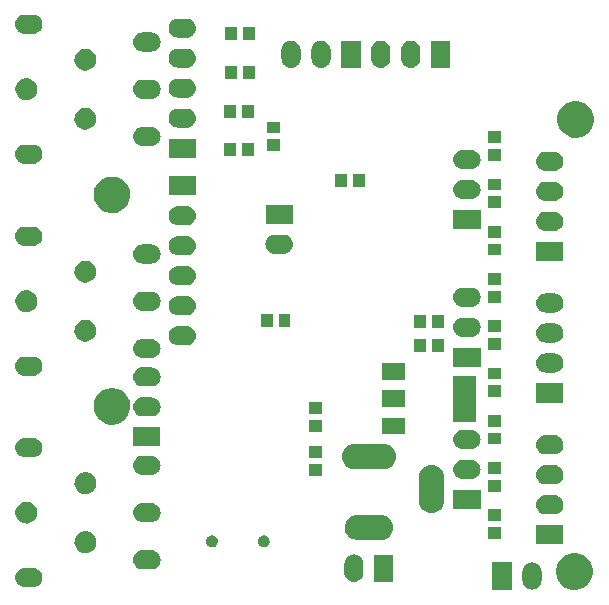
<source format=gbs>
G04 #@! TF.FileFunction,Soldermask,Bot*
%FSLAX46Y46*%
G04 Gerber Fmt 4.6, Leading zero omitted, Abs format (unit mm)*
G04 Created by KiCad (PCBNEW 4.1.0-alpha+201608281547+7098~46~ubuntu16.04.1-product) date Sun Sep  4 14:55:36 2016*
%MOMM*%
%LPD*%
G01*
G04 APERTURE LIST*
%ADD10C,0.100000*%
G04 APERTURE END LIST*
D10*
G36*
X167462803Y-132351030D02*
X167760567Y-132412153D01*
X168040784Y-132529945D01*
X168292788Y-132699923D01*
X168506979Y-132915615D01*
X168675194Y-133168798D01*
X168791027Y-133449830D01*
X168850001Y-133747671D01*
X168850001Y-133747681D01*
X168850067Y-133748015D01*
X168845219Y-134095207D01*
X168845142Y-134095545D01*
X168845142Y-134095553D01*
X168777878Y-134391622D01*
X168654241Y-134669315D01*
X168479023Y-134917703D01*
X168258891Y-135127331D01*
X168002244Y-135290204D01*
X167718843Y-135400129D01*
X167419492Y-135452912D01*
X167115588Y-135446546D01*
X166818703Y-135381272D01*
X166540161Y-135259579D01*
X166290549Y-135086095D01*
X166079394Y-134867437D01*
X165914733Y-134611934D01*
X165802833Y-134329308D01*
X165747960Y-134030325D01*
X165752205Y-133726385D01*
X165815402Y-133429061D01*
X165935151Y-133149667D01*
X166106884Y-132898857D01*
X166324065Y-132686178D01*
X166578416Y-132519735D01*
X166860253Y-132405866D01*
X167158836Y-132348908D01*
X167462803Y-132351030D01*
X167462803Y-132351030D01*
G37*
G36*
X163873226Y-133131194D02*
X163873240Y-133131198D01*
X163873275Y-133131202D01*
X164024663Y-133178064D01*
X164164065Y-133253438D01*
X164286171Y-133354454D01*
X164386332Y-133477263D01*
X164460731Y-133617188D01*
X164506536Y-133768899D01*
X164522000Y-133926617D01*
X164522000Y-134613383D01*
X164521921Y-134624720D01*
X164504256Y-134782207D01*
X164456338Y-134933264D01*
X164379992Y-135072136D01*
X164278127Y-135193535D01*
X164154621Y-135292836D01*
X164014181Y-135366256D01*
X163862154Y-135411000D01*
X163862120Y-135411003D01*
X163862107Y-135411007D01*
X163704333Y-135425366D01*
X163546774Y-135408806D01*
X163546760Y-135408802D01*
X163546725Y-135408798D01*
X163395337Y-135361936D01*
X163255935Y-135286562D01*
X163133829Y-135185546D01*
X163033668Y-135062737D01*
X162959269Y-134922812D01*
X162913464Y-134771101D01*
X162898000Y-134613383D01*
X162898000Y-133926617D01*
X162898079Y-133915280D01*
X162915744Y-133757793D01*
X162963662Y-133606736D01*
X163040008Y-133467864D01*
X163141873Y-133346465D01*
X163265379Y-133247164D01*
X163405819Y-133173744D01*
X163557846Y-133129000D01*
X163557880Y-133128997D01*
X163557893Y-133128993D01*
X163715667Y-133114634D01*
X163873226Y-133131194D01*
X163873226Y-133131194D01*
G37*
G36*
X161982000Y-135419820D02*
X160358000Y-135419820D01*
X160358000Y-133120180D01*
X161982000Y-133120180D01*
X161982000Y-135419820D01*
X161982000Y-135419820D01*
G37*
G36*
X121450160Y-133588046D02*
X121454901Y-133588079D01*
X121612388Y-133605744D01*
X121763445Y-133653662D01*
X121902317Y-133730008D01*
X122023716Y-133831873D01*
X122123017Y-133955379D01*
X122196437Y-134095819D01*
X122241181Y-134247846D01*
X122241184Y-134247880D01*
X122241188Y-134247893D01*
X122255547Y-134405667D01*
X122238987Y-134563226D01*
X122238983Y-134563240D01*
X122238979Y-134563275D01*
X122192117Y-134714663D01*
X122116743Y-134854065D01*
X122015727Y-134976171D01*
X121892918Y-135076332D01*
X121752993Y-135150731D01*
X121601282Y-135196536D01*
X121443564Y-135212000D01*
X120756400Y-135212000D01*
X120749840Y-135211954D01*
X120745099Y-135211921D01*
X120587612Y-135194256D01*
X120436555Y-135146338D01*
X120297683Y-135069992D01*
X120176284Y-134968127D01*
X120076983Y-134844621D01*
X120003563Y-134704181D01*
X119958819Y-134552154D01*
X119958816Y-134552120D01*
X119958812Y-134552107D01*
X119944453Y-134394333D01*
X119961013Y-134236774D01*
X119961017Y-134236760D01*
X119961021Y-134236725D01*
X120007883Y-134085337D01*
X120083257Y-133945935D01*
X120184273Y-133823829D01*
X120307082Y-133723668D01*
X120447007Y-133649269D01*
X120598718Y-133603464D01*
X120756436Y-133588000D01*
X121443600Y-133588000D01*
X121450160Y-133588046D01*
X121450160Y-133588046D01*
G37*
G36*
X148793226Y-132461194D02*
X148793240Y-132461198D01*
X148793275Y-132461202D01*
X148944663Y-132508064D01*
X149084065Y-132583438D01*
X149206171Y-132684454D01*
X149306332Y-132807263D01*
X149380731Y-132947188D01*
X149426536Y-133098899D01*
X149442000Y-133256617D01*
X149442000Y-133943383D01*
X149441921Y-133954720D01*
X149424256Y-134112207D01*
X149376338Y-134263264D01*
X149299992Y-134402136D01*
X149198127Y-134523535D01*
X149074621Y-134622836D01*
X148934181Y-134696256D01*
X148782154Y-134741000D01*
X148782120Y-134741003D01*
X148782107Y-134741007D01*
X148624333Y-134755366D01*
X148466774Y-134738806D01*
X148466760Y-134738802D01*
X148466725Y-134738798D01*
X148315337Y-134691936D01*
X148175935Y-134616562D01*
X148053829Y-134515546D01*
X147953668Y-134392737D01*
X147879269Y-134252812D01*
X147833464Y-134101101D01*
X147818000Y-133943383D01*
X147818000Y-133256617D01*
X147818079Y-133245280D01*
X147835744Y-133087793D01*
X147883662Y-132936736D01*
X147960008Y-132797864D01*
X148061873Y-132676465D01*
X148185379Y-132577164D01*
X148325819Y-132503744D01*
X148477846Y-132459000D01*
X148477880Y-132458997D01*
X148477893Y-132458993D01*
X148635667Y-132444634D01*
X148793226Y-132461194D01*
X148793226Y-132461194D01*
G37*
G36*
X151982000Y-134749820D02*
X150358000Y-134749820D01*
X150358000Y-132450180D01*
X151982000Y-132450180D01*
X151982000Y-134749820D01*
X151982000Y-134749820D01*
G37*
G36*
X131450160Y-132088046D02*
X131454901Y-132088079D01*
X131612388Y-132105744D01*
X131763445Y-132153662D01*
X131902317Y-132230008D01*
X132023716Y-132331873D01*
X132123017Y-132455379D01*
X132196437Y-132595819D01*
X132241181Y-132747846D01*
X132241184Y-132747880D01*
X132241188Y-132747893D01*
X132255547Y-132905667D01*
X132238987Y-133063226D01*
X132238983Y-133063240D01*
X132238979Y-133063275D01*
X132192117Y-133214663D01*
X132116743Y-133354065D01*
X132015727Y-133476171D01*
X131892918Y-133576332D01*
X131752993Y-133650731D01*
X131601282Y-133696536D01*
X131443564Y-133712000D01*
X130756400Y-133712000D01*
X130749840Y-133711954D01*
X130745099Y-133711921D01*
X130587612Y-133694256D01*
X130436555Y-133646338D01*
X130297683Y-133569992D01*
X130176284Y-133468127D01*
X130076983Y-133344621D01*
X130003563Y-133204181D01*
X129958819Y-133052154D01*
X129958816Y-133052120D01*
X129958812Y-133052107D01*
X129944453Y-132894333D01*
X129961013Y-132736774D01*
X129961017Y-132736760D01*
X129961021Y-132736725D01*
X130007883Y-132585337D01*
X130083257Y-132445935D01*
X130184273Y-132323829D01*
X130307082Y-132223668D01*
X130447007Y-132149269D01*
X130598718Y-132103464D01*
X130756436Y-132088000D01*
X131443600Y-132088000D01*
X131450160Y-132088046D01*
X131450160Y-132088046D01*
G37*
G36*
X125996520Y-130474944D02*
X126174224Y-130511422D01*
X126341455Y-130581719D01*
X126491850Y-130683161D01*
X126619678Y-130811886D01*
X126720068Y-130962983D01*
X126789196Y-131130701D01*
X126824364Y-131308312D01*
X126824364Y-131308322D01*
X126824430Y-131308656D01*
X126821537Y-131515858D01*
X126821460Y-131516196D01*
X126821460Y-131516204D01*
X126781349Y-131692757D01*
X126707563Y-131858483D01*
X126602994Y-132006719D01*
X126471619Y-132131825D01*
X126318455Y-132229025D01*
X126149323Y-132294629D01*
X125970673Y-132326128D01*
X125789305Y-132322330D01*
X125612122Y-132283374D01*
X125445890Y-132210749D01*
X125296928Y-132107217D01*
X125170911Y-131976722D01*
X125072640Y-131824237D01*
X125005860Y-131655569D01*
X124973111Y-131477136D01*
X124975645Y-131295747D01*
X125013360Y-131118308D01*
X125084826Y-130951566D01*
X125187315Y-130801884D01*
X125316928Y-130674957D01*
X125468723Y-130575626D01*
X125636922Y-130507669D01*
X125815113Y-130473677D01*
X125996520Y-130474944D01*
X125996520Y-130474944D01*
G37*
G36*
X136655373Y-130829151D02*
X136751347Y-130848851D01*
X136841661Y-130886816D01*
X136922888Y-130941605D01*
X136991921Y-131011121D01*
X137046141Y-131092728D01*
X137083472Y-131183302D01*
X137102435Y-131279070D01*
X137102435Y-131279080D01*
X137102501Y-131279414D01*
X137100939Y-131391317D01*
X137100862Y-131391655D01*
X137100862Y-131391663D01*
X137079236Y-131486854D01*
X137039386Y-131576358D01*
X136982912Y-131656415D01*
X136911960Y-131723981D01*
X136829239Y-131776478D01*
X136737897Y-131811907D01*
X136641415Y-131828919D01*
X136543464Y-131826868D01*
X136447770Y-131805828D01*
X136357995Y-131766607D01*
X136277545Y-131710692D01*
X136209485Y-131640214D01*
X136156415Y-131557865D01*
X136120348Y-131466772D01*
X136102661Y-131370403D01*
X136104030Y-131272441D01*
X136124398Y-131176614D01*
X136162995Y-131086560D01*
X136218346Y-131005722D01*
X136288347Y-130937171D01*
X136370324Y-130883527D01*
X136461167Y-130846824D01*
X136557399Y-130828467D01*
X136655373Y-130829151D01*
X136655373Y-130829151D01*
G37*
G36*
X141052113Y-130829151D02*
X141148087Y-130848851D01*
X141238401Y-130886816D01*
X141319628Y-130941605D01*
X141388661Y-131011121D01*
X141442881Y-131092728D01*
X141480212Y-131183302D01*
X141499175Y-131279070D01*
X141499175Y-131279080D01*
X141499241Y-131279414D01*
X141497679Y-131391317D01*
X141497602Y-131391655D01*
X141497602Y-131391663D01*
X141475976Y-131486854D01*
X141436126Y-131576358D01*
X141379652Y-131656415D01*
X141308700Y-131723981D01*
X141225979Y-131776478D01*
X141134637Y-131811907D01*
X141038155Y-131828919D01*
X140940204Y-131826868D01*
X140844510Y-131805828D01*
X140754735Y-131766607D01*
X140674285Y-131710692D01*
X140606225Y-131640214D01*
X140553155Y-131557865D01*
X140517088Y-131466772D01*
X140499401Y-131370403D01*
X140500770Y-131272441D01*
X140521138Y-131176614D01*
X140559735Y-131086560D01*
X140615086Y-131005722D01*
X140685087Y-130937171D01*
X140767064Y-130883527D01*
X140857907Y-130846824D01*
X140954139Y-130828467D01*
X141052113Y-130829151D01*
X141052113Y-130829151D01*
G37*
G36*
X166359820Y-131592000D02*
X164060180Y-131592000D01*
X164060180Y-129968000D01*
X166359820Y-129968000D01*
X166359820Y-131592000D01*
X166359820Y-131592000D01*
G37*
G36*
X150920200Y-129101656D02*
X150925333Y-129101692D01*
X151128881Y-129124524D01*
X151324118Y-129186457D01*
X151503607Y-129285132D01*
X151660512Y-129416790D01*
X151788856Y-129576418D01*
X151883750Y-129757934D01*
X151941581Y-129954425D01*
X151941584Y-129954459D01*
X151941588Y-129954472D01*
X151960147Y-130158405D01*
X151938742Y-130362060D01*
X151938738Y-130362074D01*
X151938734Y-130362109D01*
X151878166Y-130557774D01*
X151780747Y-130737947D01*
X151650187Y-130895767D01*
X151491459Y-131025223D01*
X151310610Y-131121382D01*
X151114527Y-131180583D01*
X150910680Y-131200570D01*
X148889284Y-131200570D01*
X148879800Y-131200504D01*
X148874667Y-131200468D01*
X148671119Y-131177636D01*
X148475882Y-131115703D01*
X148296393Y-131017028D01*
X148139488Y-130885370D01*
X148011144Y-130725742D01*
X147916250Y-130544226D01*
X147858419Y-130347735D01*
X147858416Y-130347701D01*
X147858412Y-130347688D01*
X147839853Y-130143755D01*
X147861258Y-129940100D01*
X147861262Y-129940086D01*
X147861266Y-129940051D01*
X147921834Y-129744386D01*
X148019253Y-129564213D01*
X148149813Y-129406393D01*
X148308541Y-129276937D01*
X148489390Y-129180778D01*
X148685473Y-129121577D01*
X148889320Y-129101590D01*
X150910716Y-129101590D01*
X150920200Y-129101656D01*
X150920200Y-129101656D01*
G37*
G36*
X161075380Y-131126420D02*
X159974620Y-131126420D01*
X159974620Y-130127260D01*
X161075380Y-130127260D01*
X161075380Y-131126420D01*
X161075380Y-131126420D01*
G37*
G36*
X120997800Y-127975584D02*
X121175504Y-128012062D01*
X121342735Y-128082359D01*
X121493130Y-128183801D01*
X121620958Y-128312526D01*
X121721348Y-128463623D01*
X121790476Y-128631341D01*
X121825644Y-128808952D01*
X121825644Y-128808962D01*
X121825710Y-128809296D01*
X121822817Y-129016498D01*
X121822740Y-129016836D01*
X121822740Y-129016844D01*
X121782629Y-129193397D01*
X121708843Y-129359123D01*
X121604274Y-129507359D01*
X121472899Y-129632465D01*
X121319735Y-129729665D01*
X121150603Y-129795269D01*
X120971953Y-129826768D01*
X120790585Y-129822970D01*
X120613402Y-129784014D01*
X120447170Y-129711389D01*
X120298208Y-129607857D01*
X120172191Y-129477362D01*
X120073920Y-129324877D01*
X120007140Y-129156209D01*
X119974391Y-128977776D01*
X119976925Y-128796387D01*
X120014640Y-128618948D01*
X120086106Y-128452206D01*
X120188595Y-128302524D01*
X120318208Y-128175597D01*
X120470003Y-128076266D01*
X120638202Y-128008309D01*
X120816393Y-127974317D01*
X120997800Y-127975584D01*
X120997800Y-127975584D01*
G37*
G36*
X131450160Y-128088046D02*
X131454901Y-128088079D01*
X131612388Y-128105744D01*
X131763445Y-128153662D01*
X131902317Y-128230008D01*
X132023716Y-128331873D01*
X132123017Y-128455379D01*
X132196437Y-128595819D01*
X132241181Y-128747846D01*
X132241184Y-128747880D01*
X132241188Y-128747893D01*
X132255547Y-128905667D01*
X132238987Y-129063226D01*
X132238983Y-129063240D01*
X132238979Y-129063275D01*
X132192117Y-129214663D01*
X132116743Y-129354065D01*
X132015727Y-129476171D01*
X131892918Y-129576332D01*
X131752993Y-129650731D01*
X131601282Y-129696536D01*
X131443564Y-129712000D01*
X130756400Y-129712000D01*
X130749840Y-129711954D01*
X130745099Y-129711921D01*
X130587612Y-129694256D01*
X130436555Y-129646338D01*
X130297683Y-129569992D01*
X130176284Y-129468127D01*
X130076983Y-129344621D01*
X130003563Y-129204181D01*
X129958819Y-129052154D01*
X129958816Y-129052120D01*
X129958812Y-129052107D01*
X129944453Y-128894333D01*
X129961013Y-128736774D01*
X129961017Y-128736760D01*
X129961021Y-128736725D01*
X130007883Y-128585337D01*
X130083257Y-128445935D01*
X130184273Y-128323829D01*
X130307082Y-128223668D01*
X130447007Y-128149269D01*
X130598718Y-128103464D01*
X130756436Y-128088000D01*
X131443600Y-128088000D01*
X131450160Y-128088046D01*
X131450160Y-128088046D01*
G37*
G36*
X161075380Y-129622740D02*
X159974620Y-129622740D01*
X159974620Y-128623580D01*
X161075380Y-128623580D01*
X161075380Y-129622740D01*
X161075380Y-129622740D01*
G37*
G36*
X165559979Y-127428046D02*
X165564720Y-127428079D01*
X165722207Y-127445744D01*
X165873264Y-127493662D01*
X166012136Y-127570008D01*
X166133535Y-127671873D01*
X166232836Y-127795379D01*
X166306256Y-127935819D01*
X166351000Y-128087846D01*
X166351003Y-128087880D01*
X166351007Y-128087893D01*
X166365366Y-128245667D01*
X166348806Y-128403226D01*
X166348802Y-128403240D01*
X166348798Y-128403275D01*
X166301936Y-128554663D01*
X166226562Y-128694065D01*
X166125546Y-128816171D01*
X166002737Y-128916332D01*
X165862812Y-128990731D01*
X165711101Y-129036536D01*
X165553383Y-129052000D01*
X164866581Y-129052000D01*
X164860021Y-129051954D01*
X164855280Y-129051921D01*
X164697793Y-129034256D01*
X164546736Y-128986338D01*
X164407864Y-128909992D01*
X164286465Y-128808127D01*
X164187164Y-128684621D01*
X164113744Y-128544181D01*
X164069000Y-128392154D01*
X164068997Y-128392120D01*
X164068993Y-128392107D01*
X164054634Y-128234333D01*
X164071194Y-128076774D01*
X164071198Y-128076760D01*
X164071202Y-128076725D01*
X164118064Y-127925337D01*
X164193438Y-127785935D01*
X164294454Y-127663829D01*
X164417263Y-127563668D01*
X164557188Y-127489269D01*
X164708899Y-127443464D01*
X164866617Y-127428000D01*
X165553419Y-127428000D01*
X165559979Y-127428046D01*
X165559979Y-127428046D01*
G37*
G36*
X155411960Y-124861138D02*
X155411974Y-124861142D01*
X155412009Y-124861146D01*
X155607674Y-124921714D01*
X155787847Y-125019133D01*
X155945667Y-125149693D01*
X156075123Y-125308421D01*
X156171282Y-125489270D01*
X156230483Y-125685353D01*
X156250470Y-125889200D01*
X156250470Y-127910560D01*
X156250368Y-127925213D01*
X156227536Y-128128761D01*
X156165603Y-128323998D01*
X156066928Y-128503487D01*
X155935270Y-128660392D01*
X155775642Y-128788736D01*
X155594126Y-128883630D01*
X155397635Y-128941461D01*
X155397601Y-128941464D01*
X155397588Y-128941468D01*
X155193655Y-128960027D01*
X154990000Y-128938622D01*
X154989986Y-128938618D01*
X154989951Y-128938614D01*
X154794286Y-128878046D01*
X154614113Y-128780627D01*
X154456293Y-128650067D01*
X154326837Y-128491339D01*
X154230678Y-128310490D01*
X154171477Y-128114407D01*
X154151490Y-127910560D01*
X154151490Y-125889200D01*
X154151592Y-125874547D01*
X154174424Y-125670999D01*
X154236357Y-125475762D01*
X154335032Y-125296273D01*
X154466690Y-125139368D01*
X154626318Y-125011024D01*
X154807834Y-124916130D01*
X155004325Y-124858299D01*
X155004359Y-124858296D01*
X155004372Y-124858292D01*
X155208305Y-124839733D01*
X155411960Y-124861138D01*
X155411960Y-124861138D01*
G37*
G36*
X159349820Y-128592000D02*
X157050180Y-128592000D01*
X157050180Y-126968000D01*
X159349820Y-126968000D01*
X159349820Y-128592000D01*
X159349820Y-128592000D01*
G37*
G36*
X125996520Y-125476224D02*
X126174224Y-125512702D01*
X126341455Y-125582999D01*
X126491850Y-125684441D01*
X126619678Y-125813166D01*
X126720068Y-125964263D01*
X126789196Y-126131981D01*
X126824364Y-126309592D01*
X126824364Y-126309602D01*
X126824430Y-126309936D01*
X126821537Y-126517138D01*
X126821460Y-126517476D01*
X126821460Y-126517484D01*
X126781349Y-126694037D01*
X126707563Y-126859763D01*
X126602994Y-127007999D01*
X126471619Y-127133105D01*
X126318455Y-127230305D01*
X126149323Y-127295909D01*
X125970673Y-127327408D01*
X125789305Y-127323610D01*
X125612122Y-127284654D01*
X125445890Y-127212029D01*
X125296928Y-127108497D01*
X125170911Y-126978002D01*
X125072640Y-126825517D01*
X125005860Y-126656849D01*
X124973111Y-126478416D01*
X124975645Y-126297027D01*
X125013360Y-126119588D01*
X125084826Y-125952846D01*
X125187315Y-125803164D01*
X125316928Y-125676237D01*
X125468723Y-125576906D01*
X125636922Y-125508949D01*
X125815113Y-125474957D01*
X125996520Y-125476224D01*
X125996520Y-125476224D01*
G37*
G36*
X161075380Y-127126420D02*
X159974620Y-127126420D01*
X159974620Y-126127260D01*
X161075380Y-126127260D01*
X161075380Y-127126420D01*
X161075380Y-127126420D01*
G37*
G36*
X165559979Y-124888046D02*
X165564720Y-124888079D01*
X165722207Y-124905744D01*
X165873264Y-124953662D01*
X166012136Y-125030008D01*
X166133535Y-125131873D01*
X166232836Y-125255379D01*
X166306256Y-125395819D01*
X166351000Y-125547846D01*
X166351003Y-125547880D01*
X166351007Y-125547893D01*
X166365366Y-125705667D01*
X166348806Y-125863226D01*
X166348802Y-125863240D01*
X166348798Y-125863275D01*
X166301936Y-126014663D01*
X166226562Y-126154065D01*
X166125546Y-126276171D01*
X166002737Y-126376332D01*
X165862812Y-126450731D01*
X165711101Y-126496536D01*
X165553383Y-126512000D01*
X164866581Y-126512000D01*
X164860021Y-126511954D01*
X164855280Y-126511921D01*
X164697793Y-126494256D01*
X164546736Y-126446338D01*
X164407864Y-126369992D01*
X164286465Y-126268127D01*
X164187164Y-126144621D01*
X164113744Y-126004181D01*
X164069000Y-125852154D01*
X164068997Y-125852120D01*
X164068993Y-125852107D01*
X164054634Y-125694333D01*
X164071194Y-125536774D01*
X164071198Y-125536760D01*
X164071202Y-125536725D01*
X164118064Y-125385337D01*
X164193438Y-125245935D01*
X164294454Y-125123829D01*
X164417263Y-125023668D01*
X164557188Y-124949269D01*
X164708899Y-124903464D01*
X164866617Y-124888000D01*
X165553419Y-124888000D01*
X165559979Y-124888046D01*
X165559979Y-124888046D01*
G37*
G36*
X158549979Y-124428046D02*
X158554720Y-124428079D01*
X158712207Y-124445744D01*
X158863264Y-124493662D01*
X159002136Y-124570008D01*
X159123535Y-124671873D01*
X159222836Y-124795379D01*
X159296256Y-124935819D01*
X159341000Y-125087846D01*
X159341003Y-125087880D01*
X159341007Y-125087893D01*
X159355366Y-125245667D01*
X159338806Y-125403226D01*
X159338802Y-125403240D01*
X159338798Y-125403275D01*
X159291936Y-125554663D01*
X159216562Y-125694065D01*
X159115546Y-125816171D01*
X158992737Y-125916332D01*
X158852812Y-125990731D01*
X158701101Y-126036536D01*
X158543383Y-126052000D01*
X157856581Y-126052000D01*
X157850021Y-126051954D01*
X157845280Y-126051921D01*
X157687793Y-126034256D01*
X157536736Y-125986338D01*
X157397864Y-125909992D01*
X157276465Y-125808127D01*
X157177164Y-125684621D01*
X157103744Y-125544181D01*
X157059000Y-125392154D01*
X157058997Y-125392120D01*
X157058993Y-125392107D01*
X157044634Y-125234333D01*
X157061194Y-125076774D01*
X157061198Y-125076760D01*
X157061202Y-125076725D01*
X157108064Y-124925337D01*
X157183438Y-124785935D01*
X157284454Y-124663829D01*
X157407263Y-124563668D01*
X157547188Y-124489269D01*
X157698899Y-124443464D01*
X157856617Y-124428000D01*
X158543419Y-124428000D01*
X158549979Y-124428046D01*
X158549979Y-124428046D01*
G37*
G36*
X145950380Y-125801420D02*
X144849620Y-125801420D01*
X144849620Y-124802260D01*
X145950380Y-124802260D01*
X145950380Y-125801420D01*
X145950380Y-125801420D01*
G37*
G36*
X131450160Y-124088046D02*
X131454901Y-124088079D01*
X131612388Y-124105744D01*
X131763445Y-124153662D01*
X131902317Y-124230008D01*
X132023716Y-124331873D01*
X132123017Y-124455379D01*
X132196437Y-124595819D01*
X132241181Y-124747846D01*
X132241184Y-124747880D01*
X132241188Y-124747893D01*
X132255547Y-124905667D01*
X132238987Y-125063226D01*
X132238983Y-125063240D01*
X132238979Y-125063275D01*
X132192117Y-125214663D01*
X132116743Y-125354065D01*
X132015727Y-125476171D01*
X131892918Y-125576332D01*
X131752993Y-125650731D01*
X131601282Y-125696536D01*
X131443564Y-125712000D01*
X130756400Y-125712000D01*
X130749840Y-125711954D01*
X130745099Y-125711921D01*
X130587612Y-125694256D01*
X130436555Y-125646338D01*
X130297683Y-125569992D01*
X130176284Y-125468127D01*
X130076983Y-125344621D01*
X130003563Y-125204181D01*
X129958819Y-125052154D01*
X129958816Y-125052120D01*
X129958812Y-125052107D01*
X129944453Y-124894333D01*
X129961013Y-124736774D01*
X129961017Y-124736760D01*
X129961021Y-124736725D01*
X130007883Y-124585337D01*
X130083257Y-124445935D01*
X130184273Y-124323829D01*
X130307082Y-124223668D01*
X130447007Y-124149269D01*
X130598718Y-124103464D01*
X130756436Y-124088000D01*
X131443600Y-124088000D01*
X131450160Y-124088046D01*
X131450160Y-124088046D01*
G37*
G36*
X161075380Y-125622740D02*
X159974620Y-125622740D01*
X159974620Y-124623580D01*
X161075380Y-124623580D01*
X161075380Y-125622740D01*
X161075380Y-125622740D01*
G37*
G36*
X151171601Y-123099636D02*
X151176734Y-123099672D01*
X151380282Y-123122504D01*
X151575519Y-123184437D01*
X151755008Y-123283112D01*
X151911913Y-123414770D01*
X152040257Y-123574398D01*
X152135151Y-123755914D01*
X152192982Y-123952405D01*
X152192985Y-123952439D01*
X152192989Y-123952452D01*
X152211548Y-124156385D01*
X152190143Y-124360040D01*
X152190139Y-124360054D01*
X152190135Y-124360089D01*
X152129567Y-124555754D01*
X152032148Y-124735927D01*
X151901588Y-124893747D01*
X151742860Y-125023203D01*
X151562011Y-125119362D01*
X151365928Y-125178563D01*
X151162081Y-125198550D01*
X148637883Y-125198550D01*
X148628399Y-125198484D01*
X148623266Y-125198448D01*
X148419718Y-125175616D01*
X148224481Y-125113683D01*
X148044992Y-125015008D01*
X147888087Y-124883350D01*
X147759743Y-124723722D01*
X147664849Y-124542206D01*
X147607018Y-124345715D01*
X147607015Y-124345681D01*
X147607011Y-124345668D01*
X147588452Y-124141735D01*
X147609857Y-123938080D01*
X147609861Y-123938066D01*
X147609865Y-123938031D01*
X147670433Y-123742366D01*
X147767852Y-123562193D01*
X147898412Y-123404373D01*
X148057140Y-123274917D01*
X148237989Y-123178758D01*
X148434072Y-123119557D01*
X148637919Y-123099570D01*
X151162117Y-123099570D01*
X151171601Y-123099636D01*
X151171601Y-123099636D01*
G37*
G36*
X145950380Y-124297740D02*
X144849620Y-124297740D01*
X144849620Y-123298580D01*
X145950380Y-123298580D01*
X145950380Y-124297740D01*
X145950380Y-124297740D01*
G37*
G36*
X121450160Y-122588046D02*
X121454901Y-122588079D01*
X121612388Y-122605744D01*
X121763445Y-122653662D01*
X121902317Y-122730008D01*
X122023716Y-122831873D01*
X122123017Y-122955379D01*
X122196437Y-123095819D01*
X122241181Y-123247846D01*
X122241184Y-123247880D01*
X122241188Y-123247893D01*
X122255547Y-123405667D01*
X122238987Y-123563226D01*
X122238983Y-123563240D01*
X122238979Y-123563275D01*
X122192117Y-123714663D01*
X122116743Y-123854065D01*
X122015727Y-123976171D01*
X121892918Y-124076332D01*
X121752993Y-124150731D01*
X121601282Y-124196536D01*
X121443564Y-124212000D01*
X120756400Y-124212000D01*
X120749840Y-124211954D01*
X120745099Y-124211921D01*
X120587612Y-124194256D01*
X120436555Y-124146338D01*
X120297683Y-124069992D01*
X120176284Y-123968127D01*
X120076983Y-123844621D01*
X120003563Y-123704181D01*
X119958819Y-123552154D01*
X119958816Y-123552120D01*
X119958812Y-123552107D01*
X119944453Y-123394333D01*
X119961013Y-123236774D01*
X119961017Y-123236760D01*
X119961021Y-123236725D01*
X120007883Y-123085337D01*
X120083257Y-122945935D01*
X120184273Y-122823829D01*
X120307082Y-122723668D01*
X120447007Y-122649269D01*
X120598718Y-122603464D01*
X120756436Y-122588000D01*
X121443600Y-122588000D01*
X121450160Y-122588046D01*
X121450160Y-122588046D01*
G37*
G36*
X165559979Y-122348046D02*
X165564720Y-122348079D01*
X165722207Y-122365744D01*
X165873264Y-122413662D01*
X166012136Y-122490008D01*
X166133535Y-122591873D01*
X166232836Y-122715379D01*
X166306256Y-122855819D01*
X166351000Y-123007846D01*
X166351003Y-123007880D01*
X166351007Y-123007893D01*
X166365366Y-123165667D01*
X166348806Y-123323226D01*
X166348802Y-123323240D01*
X166348798Y-123323275D01*
X166301936Y-123474663D01*
X166226562Y-123614065D01*
X166125546Y-123736171D01*
X166002737Y-123836332D01*
X165862812Y-123910731D01*
X165711101Y-123956536D01*
X165553383Y-123972000D01*
X164866581Y-123972000D01*
X164860021Y-123971954D01*
X164855280Y-123971921D01*
X164697793Y-123954256D01*
X164546736Y-123906338D01*
X164407864Y-123829992D01*
X164286465Y-123728127D01*
X164187164Y-123604621D01*
X164113744Y-123464181D01*
X164069000Y-123312154D01*
X164068997Y-123312120D01*
X164068993Y-123312107D01*
X164054634Y-123154333D01*
X164071194Y-122996774D01*
X164071198Y-122996760D01*
X164071202Y-122996725D01*
X164118064Y-122845337D01*
X164193438Y-122705935D01*
X164294454Y-122583829D01*
X164417263Y-122483668D01*
X164557188Y-122409269D01*
X164708899Y-122363464D01*
X164866617Y-122348000D01*
X165553419Y-122348000D01*
X165559979Y-122348046D01*
X165559979Y-122348046D01*
G37*
G36*
X158549979Y-121888046D02*
X158554720Y-121888079D01*
X158712207Y-121905744D01*
X158863264Y-121953662D01*
X159002136Y-122030008D01*
X159123535Y-122131873D01*
X159222836Y-122255379D01*
X159296256Y-122395819D01*
X159341000Y-122547846D01*
X159341003Y-122547880D01*
X159341007Y-122547893D01*
X159355366Y-122705667D01*
X159338806Y-122863226D01*
X159338802Y-122863240D01*
X159338798Y-122863275D01*
X159291936Y-123014663D01*
X159216562Y-123154065D01*
X159115546Y-123276171D01*
X158992737Y-123376332D01*
X158852812Y-123450731D01*
X158701101Y-123496536D01*
X158543383Y-123512000D01*
X157856581Y-123512000D01*
X157850021Y-123511954D01*
X157845280Y-123511921D01*
X157687793Y-123494256D01*
X157536736Y-123446338D01*
X157397864Y-123369992D01*
X157276465Y-123268127D01*
X157177164Y-123144621D01*
X157103744Y-123004181D01*
X157059000Y-122852154D01*
X157058997Y-122852120D01*
X157058993Y-122852107D01*
X157044634Y-122694333D01*
X157061194Y-122536774D01*
X157061198Y-122536760D01*
X157061202Y-122536725D01*
X157108064Y-122385337D01*
X157183438Y-122245935D01*
X157284454Y-122123829D01*
X157407263Y-122023668D01*
X157547188Y-121949269D01*
X157698899Y-121903464D01*
X157856617Y-121888000D01*
X158543419Y-121888000D01*
X158549979Y-121888046D01*
X158549979Y-121888046D01*
G37*
G36*
X132249820Y-123302000D02*
X129950180Y-123302000D01*
X129950180Y-121678000D01*
X132249820Y-121678000D01*
X132249820Y-123302000D01*
X132249820Y-123302000D01*
G37*
G36*
X161075380Y-123126420D02*
X159974620Y-123126420D01*
X159974620Y-122127260D01*
X161075380Y-122127260D01*
X161075380Y-123126420D01*
X161075380Y-123126420D01*
G37*
G36*
X152950690Y-122251480D02*
X151049830Y-122251480D01*
X151049830Y-120851000D01*
X152950690Y-120851000D01*
X152950690Y-122251480D01*
X152950690Y-122251480D01*
G37*
G36*
X145950380Y-122051420D02*
X144849620Y-122051420D01*
X144849620Y-121052260D01*
X145950380Y-121052260D01*
X145950380Y-122051420D01*
X145950380Y-122051420D01*
G37*
G36*
X161075380Y-121622740D02*
X159974620Y-121622740D01*
X159974620Y-120623580D01*
X161075380Y-120623580D01*
X161075380Y-121622740D01*
X161075380Y-121622740D01*
G37*
G36*
X128312803Y-118351030D02*
X128610567Y-118412153D01*
X128890784Y-118529945D01*
X129142788Y-118699923D01*
X129356979Y-118915615D01*
X129525194Y-119168798D01*
X129641027Y-119449830D01*
X129700001Y-119747671D01*
X129700001Y-119747681D01*
X129700067Y-119748015D01*
X129695219Y-120095207D01*
X129695142Y-120095545D01*
X129695142Y-120095553D01*
X129627878Y-120391622D01*
X129504241Y-120669315D01*
X129329023Y-120917703D01*
X129108891Y-121127331D01*
X128852244Y-121290204D01*
X128568843Y-121400129D01*
X128269492Y-121452912D01*
X127965588Y-121446546D01*
X127668703Y-121381272D01*
X127390161Y-121259579D01*
X127140549Y-121086095D01*
X126929394Y-120867437D01*
X126764733Y-120611934D01*
X126652833Y-120329308D01*
X126597960Y-120030325D01*
X126602205Y-119726385D01*
X126665402Y-119429061D01*
X126785151Y-119149667D01*
X126956884Y-118898857D01*
X127174065Y-118686178D01*
X127428416Y-118519735D01*
X127710253Y-118405866D01*
X128008836Y-118348908D01*
X128312803Y-118351030D01*
X128312803Y-118351030D01*
G37*
G36*
X158950170Y-121199920D02*
X157049310Y-121199920D01*
X157049310Y-117300080D01*
X158950170Y-117300080D01*
X158950170Y-121199920D01*
X158950170Y-121199920D01*
G37*
G36*
X131449979Y-119138046D02*
X131454720Y-119138079D01*
X131612207Y-119155744D01*
X131763264Y-119203662D01*
X131902136Y-119280008D01*
X132023535Y-119381873D01*
X132122836Y-119505379D01*
X132196256Y-119645819D01*
X132241000Y-119797846D01*
X132241003Y-119797880D01*
X132241007Y-119797893D01*
X132255366Y-119955667D01*
X132238806Y-120113226D01*
X132238802Y-120113240D01*
X132238798Y-120113275D01*
X132191936Y-120264663D01*
X132116562Y-120404065D01*
X132015546Y-120526171D01*
X131892737Y-120626332D01*
X131752812Y-120700731D01*
X131601101Y-120746536D01*
X131443383Y-120762000D01*
X130756581Y-120762000D01*
X130750021Y-120761954D01*
X130745280Y-120761921D01*
X130587793Y-120744256D01*
X130436736Y-120696338D01*
X130297864Y-120619992D01*
X130176465Y-120518127D01*
X130077164Y-120394621D01*
X130003744Y-120254181D01*
X129959000Y-120102154D01*
X129958997Y-120102120D01*
X129958993Y-120102107D01*
X129944634Y-119944333D01*
X129961194Y-119786774D01*
X129961198Y-119786760D01*
X129961202Y-119786725D01*
X130008064Y-119635337D01*
X130083438Y-119495935D01*
X130184454Y-119373829D01*
X130307263Y-119273668D01*
X130447188Y-119199269D01*
X130598899Y-119153464D01*
X130756617Y-119138000D01*
X131443419Y-119138000D01*
X131449979Y-119138046D01*
X131449979Y-119138046D01*
G37*
G36*
X145950380Y-120547740D02*
X144849620Y-120547740D01*
X144849620Y-119548580D01*
X145950380Y-119548580D01*
X145950380Y-120547740D01*
X145950380Y-120547740D01*
G37*
G36*
X152950690Y-119950240D02*
X151049830Y-119950240D01*
X151049830Y-118549760D01*
X152950690Y-118549760D01*
X152950690Y-119950240D01*
X152950690Y-119950240D01*
G37*
G36*
X166359820Y-119592000D02*
X164060180Y-119592000D01*
X164060180Y-117968000D01*
X166359820Y-117968000D01*
X166359820Y-119592000D01*
X166359820Y-119592000D01*
G37*
G36*
X161075380Y-119126420D02*
X159974620Y-119126420D01*
X159974620Y-118127260D01*
X161075380Y-118127260D01*
X161075380Y-119126420D01*
X161075380Y-119126420D01*
G37*
G36*
X131449979Y-116598046D02*
X131454720Y-116598079D01*
X131612207Y-116615744D01*
X131763264Y-116663662D01*
X131902136Y-116740008D01*
X132023535Y-116841873D01*
X132122836Y-116965379D01*
X132196256Y-117105819D01*
X132241000Y-117257846D01*
X132241003Y-117257880D01*
X132241007Y-117257893D01*
X132255366Y-117415667D01*
X132238806Y-117573226D01*
X132238802Y-117573240D01*
X132238798Y-117573275D01*
X132191936Y-117724663D01*
X132116562Y-117864065D01*
X132015546Y-117986171D01*
X131892737Y-118086332D01*
X131752812Y-118160731D01*
X131601101Y-118206536D01*
X131443383Y-118222000D01*
X130756581Y-118222000D01*
X130750021Y-118221954D01*
X130745280Y-118221921D01*
X130587793Y-118204256D01*
X130436736Y-118156338D01*
X130297864Y-118079992D01*
X130176465Y-117978127D01*
X130077164Y-117854621D01*
X130003744Y-117714181D01*
X129959000Y-117562154D01*
X129958997Y-117562120D01*
X129958993Y-117562107D01*
X129944634Y-117404333D01*
X129961194Y-117246774D01*
X129961198Y-117246760D01*
X129961202Y-117246725D01*
X130008064Y-117095337D01*
X130083438Y-116955935D01*
X130184454Y-116833829D01*
X130307263Y-116733668D01*
X130447188Y-116659269D01*
X130598899Y-116613464D01*
X130756617Y-116598000D01*
X131443419Y-116598000D01*
X131449979Y-116598046D01*
X131449979Y-116598046D01*
G37*
G36*
X152950690Y-117649000D02*
X151049830Y-117649000D01*
X151049830Y-116248520D01*
X152950690Y-116248520D01*
X152950690Y-117649000D01*
X152950690Y-117649000D01*
G37*
G36*
X161075380Y-117622740D02*
X159974620Y-117622740D01*
X159974620Y-116623580D01*
X161075380Y-116623580D01*
X161075380Y-117622740D01*
X161075380Y-117622740D01*
G37*
G36*
X121450160Y-115688046D02*
X121454901Y-115688079D01*
X121612388Y-115705744D01*
X121763445Y-115753662D01*
X121902317Y-115830008D01*
X122023716Y-115931873D01*
X122123017Y-116055379D01*
X122196437Y-116195819D01*
X122241181Y-116347846D01*
X122241184Y-116347880D01*
X122241188Y-116347893D01*
X122255547Y-116505667D01*
X122238987Y-116663226D01*
X122238983Y-116663240D01*
X122238979Y-116663275D01*
X122192117Y-116814663D01*
X122116743Y-116954065D01*
X122015727Y-117076171D01*
X121892918Y-117176332D01*
X121752993Y-117250731D01*
X121601282Y-117296536D01*
X121443564Y-117312000D01*
X120756400Y-117312000D01*
X120749840Y-117311954D01*
X120745099Y-117311921D01*
X120587612Y-117294256D01*
X120436555Y-117246338D01*
X120297683Y-117169992D01*
X120176284Y-117068127D01*
X120076983Y-116944621D01*
X120003563Y-116804181D01*
X119958819Y-116652154D01*
X119958816Y-116652120D01*
X119958812Y-116652107D01*
X119944453Y-116494333D01*
X119961013Y-116336774D01*
X119961017Y-116336760D01*
X119961021Y-116336725D01*
X120007883Y-116185337D01*
X120083257Y-116045935D01*
X120184273Y-115923829D01*
X120307082Y-115823668D01*
X120447007Y-115749269D01*
X120598718Y-115703464D01*
X120756436Y-115688000D01*
X121443600Y-115688000D01*
X121450160Y-115688046D01*
X121450160Y-115688046D01*
G37*
G36*
X165559979Y-115428046D02*
X165564720Y-115428079D01*
X165722207Y-115445744D01*
X165873264Y-115493662D01*
X166012136Y-115570008D01*
X166133535Y-115671873D01*
X166232836Y-115795379D01*
X166306256Y-115935819D01*
X166351000Y-116087846D01*
X166351003Y-116087880D01*
X166351007Y-116087893D01*
X166365366Y-116245667D01*
X166348806Y-116403226D01*
X166348802Y-116403240D01*
X166348798Y-116403275D01*
X166301936Y-116554663D01*
X166226562Y-116694065D01*
X166125546Y-116816171D01*
X166002737Y-116916332D01*
X165862812Y-116990731D01*
X165711101Y-117036536D01*
X165553383Y-117052000D01*
X164866581Y-117052000D01*
X164860021Y-117051954D01*
X164855280Y-117051921D01*
X164697793Y-117034256D01*
X164546736Y-116986338D01*
X164407864Y-116909992D01*
X164286465Y-116808127D01*
X164187164Y-116684621D01*
X164113744Y-116544181D01*
X164069000Y-116392154D01*
X164068997Y-116392120D01*
X164068993Y-116392107D01*
X164054634Y-116234333D01*
X164071194Y-116076774D01*
X164071198Y-116076760D01*
X164071202Y-116076725D01*
X164118064Y-115925337D01*
X164193438Y-115785935D01*
X164294454Y-115663829D01*
X164417263Y-115563668D01*
X164557188Y-115489269D01*
X164708899Y-115443464D01*
X164866617Y-115428000D01*
X165553419Y-115428000D01*
X165559979Y-115428046D01*
X165559979Y-115428046D01*
G37*
G36*
X159349820Y-116552000D02*
X157050180Y-116552000D01*
X157050180Y-114928000D01*
X159349820Y-114928000D01*
X159349820Y-116552000D01*
X159349820Y-116552000D01*
G37*
G36*
X131450160Y-114188046D02*
X131454901Y-114188079D01*
X131612388Y-114205744D01*
X131763445Y-114253662D01*
X131902317Y-114330008D01*
X132023716Y-114431873D01*
X132123017Y-114555379D01*
X132196437Y-114695819D01*
X132241181Y-114847846D01*
X132241184Y-114847880D01*
X132241188Y-114847893D01*
X132255547Y-115005667D01*
X132238987Y-115163226D01*
X132238983Y-115163240D01*
X132238979Y-115163275D01*
X132192117Y-115314663D01*
X132116743Y-115454065D01*
X132015727Y-115576171D01*
X131892918Y-115676332D01*
X131752993Y-115750731D01*
X131601282Y-115796536D01*
X131443564Y-115812000D01*
X130756400Y-115812000D01*
X130749840Y-115811954D01*
X130745099Y-115811921D01*
X130587612Y-115794256D01*
X130436555Y-115746338D01*
X130297683Y-115669992D01*
X130176284Y-115568127D01*
X130076983Y-115444621D01*
X130003563Y-115304181D01*
X129958819Y-115152154D01*
X129958816Y-115152120D01*
X129958812Y-115152107D01*
X129944453Y-114994333D01*
X129961013Y-114836774D01*
X129961017Y-114836760D01*
X129961021Y-114836725D01*
X130007883Y-114685337D01*
X130083257Y-114545935D01*
X130184273Y-114423829D01*
X130307082Y-114323668D01*
X130447007Y-114249269D01*
X130598718Y-114203464D01*
X130756436Y-114188000D01*
X131443600Y-114188000D01*
X131450160Y-114188046D01*
X131450160Y-114188046D01*
G37*
G36*
X156251420Y-115300380D02*
X155252260Y-115300380D01*
X155252260Y-114199620D01*
X156251420Y-114199620D01*
X156251420Y-115300380D01*
X156251420Y-115300380D01*
G37*
G36*
X154747740Y-115300380D02*
X153748580Y-115300380D01*
X153748580Y-114199620D01*
X154747740Y-114199620D01*
X154747740Y-115300380D01*
X154747740Y-115300380D01*
G37*
G36*
X161075380Y-115126420D02*
X159974620Y-115126420D01*
X159974620Y-114127260D01*
X161075380Y-114127260D01*
X161075380Y-115126420D01*
X161075380Y-115126420D01*
G37*
G36*
X134449979Y-113108046D02*
X134454720Y-113108079D01*
X134612207Y-113125744D01*
X134763264Y-113173662D01*
X134902136Y-113250008D01*
X135023535Y-113351873D01*
X135122836Y-113475379D01*
X135196256Y-113615819D01*
X135241000Y-113767846D01*
X135241003Y-113767880D01*
X135241007Y-113767893D01*
X135255366Y-113925667D01*
X135238806Y-114083226D01*
X135238802Y-114083240D01*
X135238798Y-114083275D01*
X135191936Y-114234663D01*
X135116562Y-114374065D01*
X135015546Y-114496171D01*
X134892737Y-114596332D01*
X134752812Y-114670731D01*
X134601101Y-114716536D01*
X134443383Y-114732000D01*
X133756581Y-114732000D01*
X133750021Y-114731954D01*
X133745280Y-114731921D01*
X133587793Y-114714256D01*
X133436736Y-114666338D01*
X133297864Y-114589992D01*
X133176465Y-114488127D01*
X133077164Y-114364621D01*
X133003744Y-114224181D01*
X132959000Y-114072154D01*
X132958997Y-114072120D01*
X132958993Y-114072107D01*
X132944634Y-113914333D01*
X132961194Y-113756774D01*
X132961198Y-113756760D01*
X132961202Y-113756725D01*
X133008064Y-113605337D01*
X133083438Y-113465935D01*
X133184454Y-113343829D01*
X133307263Y-113243668D01*
X133447188Y-113169269D01*
X133598899Y-113123464D01*
X133756617Y-113108000D01*
X134443419Y-113108000D01*
X134449979Y-113108046D01*
X134449979Y-113108046D01*
G37*
G36*
X165559979Y-112888046D02*
X165564720Y-112888079D01*
X165722207Y-112905744D01*
X165873264Y-112953662D01*
X166012136Y-113030008D01*
X166133535Y-113131873D01*
X166232836Y-113255379D01*
X166306256Y-113395819D01*
X166351000Y-113547846D01*
X166351003Y-113547880D01*
X166351007Y-113547893D01*
X166365366Y-113705667D01*
X166348806Y-113863226D01*
X166348802Y-113863240D01*
X166348798Y-113863275D01*
X166301936Y-114014663D01*
X166226562Y-114154065D01*
X166125546Y-114276171D01*
X166002737Y-114376332D01*
X165862812Y-114450731D01*
X165711101Y-114496536D01*
X165553383Y-114512000D01*
X164866581Y-114512000D01*
X164860021Y-114511954D01*
X164855280Y-114511921D01*
X164697793Y-114494256D01*
X164546736Y-114446338D01*
X164407864Y-114369992D01*
X164286465Y-114268127D01*
X164187164Y-114144621D01*
X164113744Y-114004181D01*
X164069000Y-113852154D01*
X164068997Y-113852120D01*
X164068993Y-113852107D01*
X164054634Y-113694333D01*
X164071194Y-113536774D01*
X164071198Y-113536760D01*
X164071202Y-113536725D01*
X164118064Y-113385337D01*
X164193438Y-113245935D01*
X164294454Y-113123829D01*
X164417263Y-113023668D01*
X164557188Y-112949269D01*
X164708899Y-112903464D01*
X164866617Y-112888000D01*
X165553419Y-112888000D01*
X165559979Y-112888046D01*
X165559979Y-112888046D01*
G37*
G36*
X125996520Y-112574944D02*
X126174224Y-112611422D01*
X126341455Y-112681719D01*
X126491850Y-112783161D01*
X126619678Y-112911886D01*
X126720068Y-113062983D01*
X126789196Y-113230701D01*
X126824364Y-113408312D01*
X126824364Y-113408322D01*
X126824430Y-113408656D01*
X126821537Y-113615858D01*
X126821460Y-113616196D01*
X126821460Y-113616204D01*
X126781349Y-113792757D01*
X126707563Y-113958483D01*
X126602994Y-114106719D01*
X126471619Y-114231825D01*
X126318455Y-114329025D01*
X126149323Y-114394629D01*
X125970673Y-114426128D01*
X125789305Y-114422330D01*
X125612122Y-114383374D01*
X125445890Y-114310749D01*
X125296928Y-114207217D01*
X125170911Y-114076722D01*
X125072640Y-113924237D01*
X125005860Y-113755569D01*
X124973111Y-113577136D01*
X124975645Y-113395747D01*
X125013360Y-113218308D01*
X125084826Y-113051566D01*
X125187315Y-112901884D01*
X125316928Y-112774957D01*
X125468723Y-112675626D01*
X125636922Y-112607669D01*
X125815113Y-112573677D01*
X125996520Y-112574944D01*
X125996520Y-112574944D01*
G37*
G36*
X158549979Y-112388046D02*
X158554720Y-112388079D01*
X158712207Y-112405744D01*
X158863264Y-112453662D01*
X159002136Y-112530008D01*
X159123535Y-112631873D01*
X159222836Y-112755379D01*
X159296256Y-112895819D01*
X159341000Y-113047846D01*
X159341003Y-113047880D01*
X159341007Y-113047893D01*
X159355366Y-113205667D01*
X159338806Y-113363226D01*
X159338802Y-113363240D01*
X159338798Y-113363275D01*
X159291936Y-113514663D01*
X159216562Y-113654065D01*
X159115546Y-113776171D01*
X158992737Y-113876332D01*
X158852812Y-113950731D01*
X158701101Y-113996536D01*
X158543383Y-114012000D01*
X157856581Y-114012000D01*
X157850021Y-114011954D01*
X157845280Y-114011921D01*
X157687793Y-113994256D01*
X157536736Y-113946338D01*
X157397864Y-113869992D01*
X157276465Y-113768127D01*
X157177164Y-113644621D01*
X157103744Y-113504181D01*
X157059000Y-113352154D01*
X157058997Y-113352120D01*
X157058993Y-113352107D01*
X157044634Y-113194333D01*
X157061194Y-113036774D01*
X157061198Y-113036760D01*
X157061202Y-113036725D01*
X157108064Y-112885337D01*
X157183438Y-112745935D01*
X157284454Y-112623829D01*
X157407263Y-112523668D01*
X157547188Y-112449269D01*
X157698899Y-112403464D01*
X157856617Y-112388000D01*
X158543419Y-112388000D01*
X158549979Y-112388046D01*
X158549979Y-112388046D01*
G37*
G36*
X161075380Y-113622740D02*
X159974620Y-113622740D01*
X159974620Y-112623580D01*
X161075380Y-112623580D01*
X161075380Y-113622740D01*
X161075380Y-113622740D01*
G37*
G36*
X154747740Y-113300380D02*
X153748580Y-113300380D01*
X153748580Y-112199620D01*
X154747740Y-112199620D01*
X154747740Y-113300380D01*
X154747740Y-113300380D01*
G37*
G36*
X156251420Y-113300380D02*
X155252260Y-113300380D01*
X155252260Y-112199620D01*
X156251420Y-112199620D01*
X156251420Y-113300380D01*
X156251420Y-113300380D01*
G37*
G36*
X143251420Y-113150380D02*
X142252260Y-113150380D01*
X142252260Y-112049620D01*
X143251420Y-112049620D01*
X143251420Y-113150380D01*
X143251420Y-113150380D01*
G37*
G36*
X141747740Y-113150380D02*
X140748580Y-113150380D01*
X140748580Y-112049620D01*
X141747740Y-112049620D01*
X141747740Y-113150380D01*
X141747740Y-113150380D01*
G37*
G36*
X134449979Y-110568046D02*
X134454720Y-110568079D01*
X134612207Y-110585744D01*
X134763264Y-110633662D01*
X134902136Y-110710008D01*
X135023535Y-110811873D01*
X135122836Y-110935379D01*
X135196256Y-111075819D01*
X135241000Y-111227846D01*
X135241003Y-111227880D01*
X135241007Y-111227893D01*
X135255366Y-111385667D01*
X135238806Y-111543226D01*
X135238802Y-111543240D01*
X135238798Y-111543275D01*
X135191936Y-111694663D01*
X135116562Y-111834065D01*
X135015546Y-111956171D01*
X134892737Y-112056332D01*
X134752812Y-112130731D01*
X134601101Y-112176536D01*
X134443383Y-112192000D01*
X133756581Y-112192000D01*
X133750021Y-112191954D01*
X133745280Y-112191921D01*
X133587793Y-112174256D01*
X133436736Y-112126338D01*
X133297864Y-112049992D01*
X133176465Y-111948127D01*
X133077164Y-111824621D01*
X133003744Y-111684181D01*
X132959000Y-111532154D01*
X132958997Y-111532120D01*
X132958993Y-111532107D01*
X132944634Y-111374333D01*
X132961194Y-111216774D01*
X132961198Y-111216760D01*
X132961202Y-111216725D01*
X133008064Y-111065337D01*
X133083438Y-110925935D01*
X133184454Y-110803829D01*
X133307263Y-110703668D01*
X133447188Y-110629269D01*
X133598899Y-110583464D01*
X133756617Y-110568000D01*
X134443419Y-110568000D01*
X134449979Y-110568046D01*
X134449979Y-110568046D01*
G37*
G36*
X165559979Y-110348046D02*
X165564720Y-110348079D01*
X165722207Y-110365744D01*
X165873264Y-110413662D01*
X166012136Y-110490008D01*
X166133535Y-110591873D01*
X166232836Y-110715379D01*
X166306256Y-110855819D01*
X166351000Y-111007846D01*
X166351003Y-111007880D01*
X166351007Y-111007893D01*
X166365366Y-111165667D01*
X166348806Y-111323226D01*
X166348802Y-111323240D01*
X166348798Y-111323275D01*
X166301936Y-111474663D01*
X166226562Y-111614065D01*
X166125546Y-111736171D01*
X166002737Y-111836332D01*
X165862812Y-111910731D01*
X165711101Y-111956536D01*
X165553383Y-111972000D01*
X164866581Y-111972000D01*
X164860021Y-111971954D01*
X164855280Y-111971921D01*
X164697793Y-111954256D01*
X164546736Y-111906338D01*
X164407864Y-111829992D01*
X164286465Y-111728127D01*
X164187164Y-111604621D01*
X164113744Y-111464181D01*
X164069000Y-111312154D01*
X164068997Y-111312120D01*
X164068993Y-111312107D01*
X164054634Y-111154333D01*
X164071194Y-110996774D01*
X164071198Y-110996760D01*
X164071202Y-110996725D01*
X164118064Y-110845337D01*
X164193438Y-110705935D01*
X164294454Y-110583829D01*
X164417263Y-110483668D01*
X164557188Y-110409269D01*
X164708899Y-110363464D01*
X164866617Y-110348000D01*
X165553419Y-110348000D01*
X165559979Y-110348046D01*
X165559979Y-110348046D01*
G37*
G36*
X120997800Y-110075584D02*
X121175504Y-110112062D01*
X121342735Y-110182359D01*
X121493130Y-110283801D01*
X121620958Y-110412526D01*
X121721348Y-110563623D01*
X121790476Y-110731341D01*
X121825644Y-110908952D01*
X121825644Y-110908962D01*
X121825710Y-110909296D01*
X121822817Y-111116498D01*
X121822740Y-111116836D01*
X121822740Y-111116844D01*
X121782629Y-111293397D01*
X121708843Y-111459123D01*
X121604274Y-111607359D01*
X121472899Y-111732465D01*
X121319735Y-111829665D01*
X121150603Y-111895269D01*
X120971953Y-111926768D01*
X120790585Y-111922970D01*
X120613402Y-111884014D01*
X120447170Y-111811389D01*
X120298208Y-111707857D01*
X120172191Y-111577362D01*
X120073920Y-111424877D01*
X120007140Y-111256209D01*
X119974391Y-111077776D01*
X119976925Y-110896387D01*
X120014640Y-110718948D01*
X120086106Y-110552206D01*
X120188595Y-110402524D01*
X120318208Y-110275597D01*
X120470003Y-110176266D01*
X120638202Y-110108309D01*
X120816393Y-110074317D01*
X120997800Y-110075584D01*
X120997800Y-110075584D01*
G37*
G36*
X131450160Y-110188046D02*
X131454901Y-110188079D01*
X131612388Y-110205744D01*
X131763445Y-110253662D01*
X131902317Y-110330008D01*
X132023716Y-110431873D01*
X132123017Y-110555379D01*
X132196437Y-110695819D01*
X132241181Y-110847846D01*
X132241184Y-110847880D01*
X132241188Y-110847893D01*
X132255547Y-111005667D01*
X132238987Y-111163226D01*
X132238983Y-111163240D01*
X132238979Y-111163275D01*
X132192117Y-111314663D01*
X132116743Y-111454065D01*
X132015727Y-111576171D01*
X131892918Y-111676332D01*
X131752993Y-111750731D01*
X131601282Y-111796536D01*
X131443564Y-111812000D01*
X130756400Y-111812000D01*
X130749840Y-111811954D01*
X130745099Y-111811921D01*
X130587612Y-111794256D01*
X130436555Y-111746338D01*
X130297683Y-111669992D01*
X130176284Y-111568127D01*
X130076983Y-111444621D01*
X130003563Y-111304181D01*
X129958819Y-111152154D01*
X129958816Y-111152120D01*
X129958812Y-111152107D01*
X129944453Y-110994333D01*
X129961013Y-110836774D01*
X129961017Y-110836760D01*
X129961021Y-110836725D01*
X130007883Y-110685337D01*
X130083257Y-110545935D01*
X130184273Y-110423829D01*
X130307082Y-110323668D01*
X130447007Y-110249269D01*
X130598718Y-110203464D01*
X130756436Y-110188000D01*
X131443600Y-110188000D01*
X131450160Y-110188046D01*
X131450160Y-110188046D01*
G37*
G36*
X158549979Y-109848046D02*
X158554720Y-109848079D01*
X158712207Y-109865744D01*
X158863264Y-109913662D01*
X159002136Y-109990008D01*
X159123535Y-110091873D01*
X159222836Y-110215379D01*
X159296256Y-110355819D01*
X159341000Y-110507846D01*
X159341003Y-110507880D01*
X159341007Y-110507893D01*
X159355366Y-110665667D01*
X159338806Y-110823226D01*
X159338802Y-110823240D01*
X159338798Y-110823275D01*
X159291936Y-110974663D01*
X159216562Y-111114065D01*
X159115546Y-111236171D01*
X158992737Y-111336332D01*
X158852812Y-111410731D01*
X158701101Y-111456536D01*
X158543383Y-111472000D01*
X157856581Y-111472000D01*
X157850021Y-111471954D01*
X157845280Y-111471921D01*
X157687793Y-111454256D01*
X157536736Y-111406338D01*
X157397864Y-111329992D01*
X157276465Y-111228127D01*
X157177164Y-111104621D01*
X157103744Y-110964181D01*
X157059000Y-110812154D01*
X157058997Y-110812120D01*
X157058993Y-110812107D01*
X157044634Y-110654333D01*
X157061194Y-110496774D01*
X157061198Y-110496760D01*
X157061202Y-110496725D01*
X157108064Y-110345337D01*
X157183438Y-110205935D01*
X157284454Y-110083829D01*
X157407263Y-109983668D01*
X157547188Y-109909269D01*
X157698899Y-109863464D01*
X157856617Y-109848000D01*
X158543419Y-109848000D01*
X158549979Y-109848046D01*
X158549979Y-109848046D01*
G37*
G36*
X161075380Y-111126420D02*
X159974620Y-111126420D01*
X159974620Y-110127260D01*
X161075380Y-110127260D01*
X161075380Y-111126420D01*
X161075380Y-111126420D01*
G37*
G36*
X134449979Y-108028046D02*
X134454720Y-108028079D01*
X134612207Y-108045744D01*
X134763264Y-108093662D01*
X134902136Y-108170008D01*
X135023535Y-108271873D01*
X135122836Y-108395379D01*
X135196256Y-108535819D01*
X135241000Y-108687846D01*
X135241003Y-108687880D01*
X135241007Y-108687893D01*
X135255366Y-108845667D01*
X135238806Y-109003226D01*
X135238802Y-109003240D01*
X135238798Y-109003275D01*
X135191936Y-109154663D01*
X135116562Y-109294065D01*
X135015546Y-109416171D01*
X134892737Y-109516332D01*
X134752812Y-109590731D01*
X134601101Y-109636536D01*
X134443383Y-109652000D01*
X133756581Y-109652000D01*
X133750021Y-109651954D01*
X133745280Y-109651921D01*
X133587793Y-109634256D01*
X133436736Y-109586338D01*
X133297864Y-109509992D01*
X133176465Y-109408127D01*
X133077164Y-109284621D01*
X133003744Y-109144181D01*
X132959000Y-108992154D01*
X132958997Y-108992120D01*
X132958993Y-108992107D01*
X132944634Y-108834333D01*
X132961194Y-108676774D01*
X132961198Y-108676760D01*
X132961202Y-108676725D01*
X133008064Y-108525337D01*
X133083438Y-108385935D01*
X133184454Y-108263829D01*
X133307263Y-108163668D01*
X133447188Y-108089269D01*
X133598899Y-108043464D01*
X133756617Y-108028000D01*
X134443419Y-108028000D01*
X134449979Y-108028046D01*
X134449979Y-108028046D01*
G37*
G36*
X161075380Y-109622740D02*
X159974620Y-109622740D01*
X159974620Y-108623580D01*
X161075380Y-108623580D01*
X161075380Y-109622740D01*
X161075380Y-109622740D01*
G37*
G36*
X125996520Y-107576224D02*
X126174224Y-107612702D01*
X126341455Y-107682999D01*
X126491850Y-107784441D01*
X126619678Y-107913166D01*
X126720068Y-108064263D01*
X126789196Y-108231981D01*
X126824364Y-108409592D01*
X126824364Y-108409602D01*
X126824430Y-108409936D01*
X126821537Y-108617138D01*
X126821460Y-108617476D01*
X126821460Y-108617484D01*
X126781349Y-108794037D01*
X126707563Y-108959763D01*
X126602994Y-109107999D01*
X126471619Y-109233105D01*
X126318455Y-109330305D01*
X126149323Y-109395909D01*
X125970673Y-109427408D01*
X125789305Y-109423610D01*
X125612122Y-109384654D01*
X125445890Y-109312029D01*
X125296928Y-109208497D01*
X125170911Y-109078002D01*
X125072640Y-108925517D01*
X125005860Y-108756849D01*
X124973111Y-108578416D01*
X124975645Y-108397027D01*
X125013360Y-108219588D01*
X125084826Y-108052846D01*
X125187315Y-107903164D01*
X125316928Y-107776237D01*
X125468723Y-107676906D01*
X125636922Y-107608949D01*
X125815113Y-107574957D01*
X125996520Y-107576224D01*
X125996520Y-107576224D01*
G37*
G36*
X131450160Y-106188046D02*
X131454901Y-106188079D01*
X131612388Y-106205744D01*
X131763445Y-106253662D01*
X131902317Y-106330008D01*
X132023716Y-106431873D01*
X132123017Y-106555379D01*
X132196437Y-106695819D01*
X132241181Y-106847846D01*
X132241184Y-106847880D01*
X132241188Y-106847893D01*
X132255547Y-107005667D01*
X132238987Y-107163226D01*
X132238983Y-107163240D01*
X132238979Y-107163275D01*
X132192117Y-107314663D01*
X132116743Y-107454065D01*
X132015727Y-107576171D01*
X131892918Y-107676332D01*
X131752993Y-107750731D01*
X131601282Y-107796536D01*
X131443564Y-107812000D01*
X130756400Y-107812000D01*
X130749840Y-107811954D01*
X130745099Y-107811921D01*
X130587612Y-107794256D01*
X130436555Y-107746338D01*
X130297683Y-107669992D01*
X130176284Y-107568127D01*
X130076983Y-107444621D01*
X130003563Y-107304181D01*
X129958819Y-107152154D01*
X129958816Y-107152120D01*
X129958812Y-107152107D01*
X129944453Y-106994333D01*
X129961013Y-106836774D01*
X129961017Y-106836760D01*
X129961021Y-106836725D01*
X130007883Y-106685337D01*
X130083257Y-106545935D01*
X130184273Y-106423829D01*
X130307082Y-106323668D01*
X130447007Y-106249269D01*
X130598718Y-106203464D01*
X130756436Y-106188000D01*
X131443600Y-106188000D01*
X131450160Y-106188046D01*
X131450160Y-106188046D01*
G37*
G36*
X166359820Y-107592000D02*
X164060180Y-107592000D01*
X164060180Y-105968000D01*
X166359820Y-105968000D01*
X166359820Y-107592000D01*
X166359820Y-107592000D01*
G37*
G36*
X161075380Y-107126420D02*
X159974620Y-107126420D01*
X159974620Y-106127260D01*
X161075380Y-106127260D01*
X161075380Y-107126420D01*
X161075380Y-107126420D01*
G37*
G36*
X134449979Y-105488046D02*
X134454720Y-105488079D01*
X134612207Y-105505744D01*
X134763264Y-105553662D01*
X134902136Y-105630008D01*
X135023535Y-105731873D01*
X135122836Y-105855379D01*
X135196256Y-105995819D01*
X135241000Y-106147846D01*
X135241003Y-106147880D01*
X135241007Y-106147893D01*
X135255366Y-106305667D01*
X135238806Y-106463226D01*
X135238802Y-106463240D01*
X135238798Y-106463275D01*
X135191936Y-106614663D01*
X135116562Y-106754065D01*
X135015546Y-106876171D01*
X134892737Y-106976332D01*
X134752812Y-107050731D01*
X134601101Y-107096536D01*
X134443383Y-107112000D01*
X133756581Y-107112000D01*
X133750021Y-107111954D01*
X133745280Y-107111921D01*
X133587793Y-107094256D01*
X133436736Y-107046338D01*
X133297864Y-106969992D01*
X133176465Y-106868127D01*
X133077164Y-106744621D01*
X133003744Y-106604181D01*
X132959000Y-106452154D01*
X132958997Y-106452120D01*
X132958993Y-106452107D01*
X132944634Y-106294333D01*
X132961194Y-106136774D01*
X132961198Y-106136760D01*
X132961202Y-106136725D01*
X133008064Y-105985337D01*
X133083438Y-105845935D01*
X133184454Y-105723829D01*
X133307263Y-105623668D01*
X133447188Y-105549269D01*
X133598899Y-105503464D01*
X133756617Y-105488000D01*
X134443419Y-105488000D01*
X134449979Y-105488046D01*
X134449979Y-105488046D01*
G37*
G36*
X142649979Y-105358046D02*
X142654720Y-105358079D01*
X142812207Y-105375744D01*
X142963264Y-105423662D01*
X143102136Y-105500008D01*
X143223535Y-105601873D01*
X143322836Y-105725379D01*
X143396256Y-105865819D01*
X143441000Y-106017846D01*
X143441003Y-106017880D01*
X143441007Y-106017893D01*
X143455366Y-106175667D01*
X143438806Y-106333226D01*
X143438802Y-106333240D01*
X143438798Y-106333275D01*
X143391936Y-106484663D01*
X143316562Y-106624065D01*
X143215546Y-106746171D01*
X143092737Y-106846332D01*
X142952812Y-106920731D01*
X142801101Y-106966536D01*
X142643383Y-106982000D01*
X141956581Y-106982000D01*
X141950021Y-106981954D01*
X141945280Y-106981921D01*
X141787793Y-106964256D01*
X141636736Y-106916338D01*
X141497864Y-106839992D01*
X141376465Y-106738127D01*
X141277164Y-106614621D01*
X141203744Y-106474181D01*
X141159000Y-106322154D01*
X141158997Y-106322120D01*
X141158993Y-106322107D01*
X141144634Y-106164333D01*
X141161194Y-106006774D01*
X141161198Y-106006760D01*
X141161202Y-106006725D01*
X141208064Y-105855337D01*
X141283438Y-105715935D01*
X141384454Y-105593829D01*
X141507263Y-105493668D01*
X141647188Y-105419269D01*
X141798899Y-105373464D01*
X141956617Y-105358000D01*
X142643419Y-105358000D01*
X142649979Y-105358046D01*
X142649979Y-105358046D01*
G37*
G36*
X121450160Y-104688046D02*
X121454901Y-104688079D01*
X121612388Y-104705744D01*
X121763445Y-104753662D01*
X121902317Y-104830008D01*
X122023716Y-104931873D01*
X122123017Y-105055379D01*
X122196437Y-105195819D01*
X122241181Y-105347846D01*
X122241184Y-105347880D01*
X122241188Y-105347893D01*
X122255547Y-105505667D01*
X122238987Y-105663226D01*
X122238983Y-105663240D01*
X122238979Y-105663275D01*
X122192117Y-105814663D01*
X122116743Y-105954065D01*
X122015727Y-106076171D01*
X121892918Y-106176332D01*
X121752993Y-106250731D01*
X121601282Y-106296536D01*
X121443564Y-106312000D01*
X120756400Y-106312000D01*
X120749840Y-106311954D01*
X120745099Y-106311921D01*
X120587612Y-106294256D01*
X120436555Y-106246338D01*
X120297683Y-106169992D01*
X120176284Y-106068127D01*
X120076983Y-105944621D01*
X120003563Y-105804181D01*
X119958819Y-105652154D01*
X119958816Y-105652120D01*
X119958812Y-105652107D01*
X119944453Y-105494333D01*
X119961013Y-105336774D01*
X119961017Y-105336760D01*
X119961021Y-105336725D01*
X120007883Y-105185337D01*
X120083257Y-105045935D01*
X120184273Y-104923829D01*
X120307082Y-104823668D01*
X120447007Y-104749269D01*
X120598718Y-104703464D01*
X120756436Y-104688000D01*
X121443600Y-104688000D01*
X121450160Y-104688046D01*
X121450160Y-104688046D01*
G37*
G36*
X161075380Y-105622740D02*
X159974620Y-105622740D01*
X159974620Y-104623580D01*
X161075380Y-104623580D01*
X161075380Y-105622740D01*
X161075380Y-105622740D01*
G37*
G36*
X165559979Y-103428046D02*
X165564720Y-103428079D01*
X165722207Y-103445744D01*
X165873264Y-103493662D01*
X166012136Y-103570008D01*
X166133535Y-103671873D01*
X166232836Y-103795379D01*
X166306256Y-103935819D01*
X166351000Y-104087846D01*
X166351003Y-104087880D01*
X166351007Y-104087893D01*
X166365366Y-104245667D01*
X166348806Y-104403226D01*
X166348802Y-104403240D01*
X166348798Y-104403275D01*
X166301936Y-104554663D01*
X166226562Y-104694065D01*
X166125546Y-104816171D01*
X166002737Y-104916332D01*
X165862812Y-104990731D01*
X165711101Y-105036536D01*
X165553383Y-105052000D01*
X164866581Y-105052000D01*
X164860021Y-105051954D01*
X164855280Y-105051921D01*
X164697793Y-105034256D01*
X164546736Y-104986338D01*
X164407864Y-104909992D01*
X164286465Y-104808127D01*
X164187164Y-104684621D01*
X164113744Y-104544181D01*
X164069000Y-104392154D01*
X164068997Y-104392120D01*
X164068993Y-104392107D01*
X164054634Y-104234333D01*
X164071194Y-104076774D01*
X164071198Y-104076760D01*
X164071202Y-104076725D01*
X164118064Y-103925337D01*
X164193438Y-103785935D01*
X164294454Y-103663829D01*
X164417263Y-103563668D01*
X164557188Y-103489269D01*
X164708899Y-103443464D01*
X164866617Y-103428000D01*
X165553419Y-103428000D01*
X165559979Y-103428046D01*
X165559979Y-103428046D01*
G37*
G36*
X159349820Y-104892000D02*
X157050180Y-104892000D01*
X157050180Y-103268000D01*
X159349820Y-103268000D01*
X159349820Y-104892000D01*
X159349820Y-104892000D01*
G37*
G36*
X134449979Y-102948046D02*
X134454720Y-102948079D01*
X134612207Y-102965744D01*
X134763264Y-103013662D01*
X134902136Y-103090008D01*
X135023535Y-103191873D01*
X135122836Y-103315379D01*
X135196256Y-103455819D01*
X135241000Y-103607846D01*
X135241003Y-103607880D01*
X135241007Y-103607893D01*
X135255366Y-103765667D01*
X135238806Y-103923226D01*
X135238802Y-103923240D01*
X135238798Y-103923275D01*
X135191936Y-104074663D01*
X135116562Y-104214065D01*
X135015546Y-104336171D01*
X134892737Y-104436332D01*
X134752812Y-104510731D01*
X134601101Y-104556536D01*
X134443383Y-104572000D01*
X133756581Y-104572000D01*
X133750021Y-104571954D01*
X133745280Y-104571921D01*
X133587793Y-104554256D01*
X133436736Y-104506338D01*
X133297864Y-104429992D01*
X133176465Y-104328127D01*
X133077164Y-104204621D01*
X133003744Y-104064181D01*
X132959000Y-103912154D01*
X132958997Y-103912120D01*
X132958993Y-103912107D01*
X132944634Y-103754333D01*
X132961194Y-103596774D01*
X132961198Y-103596760D01*
X132961202Y-103596725D01*
X133008064Y-103445337D01*
X133083438Y-103305935D01*
X133184454Y-103183829D01*
X133307263Y-103083668D01*
X133447188Y-103009269D01*
X133598899Y-102963464D01*
X133756617Y-102948000D01*
X134443419Y-102948000D01*
X134449979Y-102948046D01*
X134449979Y-102948046D01*
G37*
G36*
X143449820Y-104442000D02*
X141150180Y-104442000D01*
X141150180Y-102818000D01*
X143449820Y-102818000D01*
X143449820Y-104442000D01*
X143449820Y-104442000D01*
G37*
G36*
X128312803Y-100451030D02*
X128610567Y-100512153D01*
X128890784Y-100629945D01*
X129142788Y-100799923D01*
X129356979Y-101015615D01*
X129525194Y-101268798D01*
X129641027Y-101549830D01*
X129700001Y-101847671D01*
X129700001Y-101847681D01*
X129700067Y-101848015D01*
X129695219Y-102195207D01*
X129695142Y-102195545D01*
X129695142Y-102195553D01*
X129627878Y-102491622D01*
X129504241Y-102769315D01*
X129329023Y-103017703D01*
X129108891Y-103227331D01*
X128852244Y-103390204D01*
X128568843Y-103500129D01*
X128269492Y-103552912D01*
X127965588Y-103546546D01*
X127668703Y-103481272D01*
X127390161Y-103359579D01*
X127140549Y-103186095D01*
X126929394Y-102967437D01*
X126764733Y-102711934D01*
X126652833Y-102429308D01*
X126597960Y-102130325D01*
X126602205Y-101826385D01*
X126665402Y-101529061D01*
X126785151Y-101249667D01*
X126956884Y-100998857D01*
X127174065Y-100786178D01*
X127428416Y-100619735D01*
X127710253Y-100505866D01*
X128008836Y-100448908D01*
X128312803Y-100451030D01*
X128312803Y-100451030D01*
G37*
G36*
X161075380Y-103126420D02*
X159974620Y-103126420D01*
X159974620Y-102127260D01*
X161075380Y-102127260D01*
X161075380Y-103126420D01*
X161075380Y-103126420D01*
G37*
G36*
X165559979Y-100888046D02*
X165564720Y-100888079D01*
X165722207Y-100905744D01*
X165873264Y-100953662D01*
X166012136Y-101030008D01*
X166133535Y-101131873D01*
X166232836Y-101255379D01*
X166306256Y-101395819D01*
X166351000Y-101547846D01*
X166351003Y-101547880D01*
X166351007Y-101547893D01*
X166365366Y-101705667D01*
X166348806Y-101863226D01*
X166348802Y-101863240D01*
X166348798Y-101863275D01*
X166301936Y-102014663D01*
X166226562Y-102154065D01*
X166125546Y-102276171D01*
X166002737Y-102376332D01*
X165862812Y-102450731D01*
X165711101Y-102496536D01*
X165553383Y-102512000D01*
X164866581Y-102512000D01*
X164860021Y-102511954D01*
X164855280Y-102511921D01*
X164697793Y-102494256D01*
X164546736Y-102446338D01*
X164407864Y-102369992D01*
X164286465Y-102268127D01*
X164187164Y-102144621D01*
X164113744Y-102004181D01*
X164069000Y-101852154D01*
X164068997Y-101852120D01*
X164068993Y-101852107D01*
X164054634Y-101694333D01*
X164071194Y-101536774D01*
X164071198Y-101536760D01*
X164071202Y-101536725D01*
X164118064Y-101385337D01*
X164193438Y-101245935D01*
X164294454Y-101123829D01*
X164417263Y-101023668D01*
X164557188Y-100949269D01*
X164708899Y-100903464D01*
X164866617Y-100888000D01*
X165553419Y-100888000D01*
X165559979Y-100888046D01*
X165559979Y-100888046D01*
G37*
G36*
X158549979Y-100728046D02*
X158554720Y-100728079D01*
X158712207Y-100745744D01*
X158863264Y-100793662D01*
X159002136Y-100870008D01*
X159123535Y-100971873D01*
X159222836Y-101095379D01*
X159296256Y-101235819D01*
X159341000Y-101387846D01*
X159341003Y-101387880D01*
X159341007Y-101387893D01*
X159355366Y-101545667D01*
X159338806Y-101703226D01*
X159338802Y-101703240D01*
X159338798Y-101703275D01*
X159291936Y-101854663D01*
X159216562Y-101994065D01*
X159115546Y-102116171D01*
X158992737Y-102216332D01*
X158852812Y-102290731D01*
X158701101Y-102336536D01*
X158543383Y-102352000D01*
X157856581Y-102352000D01*
X157850021Y-102351954D01*
X157845280Y-102351921D01*
X157687793Y-102334256D01*
X157536736Y-102286338D01*
X157397864Y-102209992D01*
X157276465Y-102108127D01*
X157177164Y-101984621D01*
X157103744Y-101844181D01*
X157059000Y-101692154D01*
X157058997Y-101692120D01*
X157058993Y-101692107D01*
X157044634Y-101534333D01*
X157061194Y-101376774D01*
X157061198Y-101376760D01*
X157061202Y-101376725D01*
X157108064Y-101225337D01*
X157183438Y-101085935D01*
X157284454Y-100963829D01*
X157407263Y-100863668D01*
X157547188Y-100789269D01*
X157698899Y-100743464D01*
X157856617Y-100728000D01*
X158543419Y-100728000D01*
X158549979Y-100728046D01*
X158549979Y-100728046D01*
G37*
G36*
X135249820Y-102032000D02*
X132950180Y-102032000D01*
X132950180Y-100408000D01*
X135249820Y-100408000D01*
X135249820Y-102032000D01*
X135249820Y-102032000D01*
G37*
G36*
X161075380Y-101622740D02*
X159974620Y-101622740D01*
X159974620Y-100623580D01*
X161075380Y-100623580D01*
X161075380Y-101622740D01*
X161075380Y-101622740D01*
G37*
G36*
X149551420Y-101350380D02*
X148552260Y-101350380D01*
X148552260Y-100249620D01*
X149551420Y-100249620D01*
X149551420Y-101350380D01*
X149551420Y-101350380D01*
G37*
G36*
X148047740Y-101350380D02*
X147048580Y-101350380D01*
X147048580Y-100249620D01*
X148047740Y-100249620D01*
X148047740Y-101350380D01*
X148047740Y-101350380D01*
G37*
G36*
X165559979Y-98348046D02*
X165564720Y-98348079D01*
X165722207Y-98365744D01*
X165873264Y-98413662D01*
X166012136Y-98490008D01*
X166133535Y-98591873D01*
X166232836Y-98715379D01*
X166306256Y-98855819D01*
X166351000Y-99007846D01*
X166351003Y-99007880D01*
X166351007Y-99007893D01*
X166365366Y-99165667D01*
X166348806Y-99323226D01*
X166348802Y-99323240D01*
X166348798Y-99323275D01*
X166301936Y-99474663D01*
X166226562Y-99614065D01*
X166125546Y-99736171D01*
X166002737Y-99836332D01*
X165862812Y-99910731D01*
X165711101Y-99956536D01*
X165553383Y-99972000D01*
X164866581Y-99972000D01*
X164860021Y-99971954D01*
X164855280Y-99971921D01*
X164697793Y-99954256D01*
X164546736Y-99906338D01*
X164407864Y-99829992D01*
X164286465Y-99728127D01*
X164187164Y-99604621D01*
X164113744Y-99464181D01*
X164069000Y-99312154D01*
X164068997Y-99312120D01*
X164068993Y-99312107D01*
X164054634Y-99154333D01*
X164071194Y-98996774D01*
X164071198Y-98996760D01*
X164071202Y-98996725D01*
X164118064Y-98845337D01*
X164193438Y-98705935D01*
X164294454Y-98583829D01*
X164417263Y-98483668D01*
X164557188Y-98409269D01*
X164708899Y-98363464D01*
X164866617Y-98348000D01*
X165553419Y-98348000D01*
X165559979Y-98348046D01*
X165559979Y-98348046D01*
G37*
G36*
X158549979Y-98188046D02*
X158554720Y-98188079D01*
X158712207Y-98205744D01*
X158863264Y-98253662D01*
X159002136Y-98330008D01*
X159123535Y-98431873D01*
X159222836Y-98555379D01*
X159296256Y-98695819D01*
X159341000Y-98847846D01*
X159341003Y-98847880D01*
X159341007Y-98847893D01*
X159355366Y-99005667D01*
X159338806Y-99163226D01*
X159338802Y-99163240D01*
X159338798Y-99163275D01*
X159291936Y-99314663D01*
X159216562Y-99454065D01*
X159115546Y-99576171D01*
X158992737Y-99676332D01*
X158852812Y-99750731D01*
X158701101Y-99796536D01*
X158543383Y-99812000D01*
X157856581Y-99812000D01*
X157850021Y-99811954D01*
X157845280Y-99811921D01*
X157687793Y-99794256D01*
X157536736Y-99746338D01*
X157397864Y-99669992D01*
X157276465Y-99568127D01*
X157177164Y-99444621D01*
X157103744Y-99304181D01*
X157059000Y-99152154D01*
X157058997Y-99152120D01*
X157058993Y-99152107D01*
X157044634Y-98994333D01*
X157061194Y-98836774D01*
X157061198Y-98836760D01*
X157061202Y-98836725D01*
X157108064Y-98685337D01*
X157183438Y-98545935D01*
X157284454Y-98423829D01*
X157407263Y-98323668D01*
X157547188Y-98249269D01*
X157698899Y-98203464D01*
X157856617Y-98188000D01*
X158543419Y-98188000D01*
X158549979Y-98188046D01*
X158549979Y-98188046D01*
G37*
G36*
X121450160Y-97738046D02*
X121454901Y-97738079D01*
X121612388Y-97755744D01*
X121763445Y-97803662D01*
X121902317Y-97880008D01*
X122023716Y-97981873D01*
X122123017Y-98105379D01*
X122196437Y-98245819D01*
X122241181Y-98397846D01*
X122241184Y-98397880D01*
X122241188Y-98397893D01*
X122255547Y-98555667D01*
X122238987Y-98713226D01*
X122238983Y-98713240D01*
X122238979Y-98713275D01*
X122192117Y-98864663D01*
X122116743Y-99004065D01*
X122015727Y-99126171D01*
X121892918Y-99226332D01*
X121752993Y-99300731D01*
X121601282Y-99346536D01*
X121443564Y-99362000D01*
X120756400Y-99362000D01*
X120749840Y-99361954D01*
X120745099Y-99361921D01*
X120587612Y-99344256D01*
X120436555Y-99296338D01*
X120297683Y-99219992D01*
X120176284Y-99118127D01*
X120076983Y-98994621D01*
X120003563Y-98854181D01*
X119958819Y-98702154D01*
X119958816Y-98702120D01*
X119958812Y-98702107D01*
X119944453Y-98544333D01*
X119961013Y-98386774D01*
X119961017Y-98386760D01*
X119961021Y-98386725D01*
X120007883Y-98235337D01*
X120083257Y-98095935D01*
X120184273Y-97973829D01*
X120307082Y-97873668D01*
X120447007Y-97799269D01*
X120598718Y-97753464D01*
X120756436Y-97738000D01*
X121443600Y-97738000D01*
X121450160Y-97738046D01*
X121450160Y-97738046D01*
G37*
G36*
X161075380Y-99126420D02*
X159974620Y-99126420D01*
X159974620Y-98127260D01*
X161075380Y-98127260D01*
X161075380Y-99126420D01*
X161075380Y-99126420D01*
G37*
G36*
X135249820Y-98852000D02*
X132950180Y-98852000D01*
X132950180Y-97228000D01*
X135249820Y-97228000D01*
X135249820Y-98852000D01*
X135249820Y-98852000D01*
G37*
G36*
X138647740Y-98750380D02*
X137648580Y-98750380D01*
X137648580Y-97649620D01*
X138647740Y-97649620D01*
X138647740Y-98750380D01*
X138647740Y-98750380D01*
G37*
G36*
X140151420Y-98750380D02*
X139152260Y-98750380D01*
X139152260Y-97649620D01*
X140151420Y-97649620D01*
X140151420Y-98750380D01*
X140151420Y-98750380D01*
G37*
G36*
X142350380Y-98301420D02*
X141249620Y-98301420D01*
X141249620Y-97302260D01*
X142350380Y-97302260D01*
X142350380Y-98301420D01*
X142350380Y-98301420D01*
G37*
G36*
X131450160Y-96238046D02*
X131454901Y-96238079D01*
X131612388Y-96255744D01*
X131763445Y-96303662D01*
X131902317Y-96380008D01*
X132023716Y-96481873D01*
X132123017Y-96605379D01*
X132196437Y-96745819D01*
X132241181Y-96897846D01*
X132241184Y-96897880D01*
X132241188Y-96897893D01*
X132255547Y-97055667D01*
X132238987Y-97213226D01*
X132238983Y-97213240D01*
X132238979Y-97213275D01*
X132192117Y-97364663D01*
X132116743Y-97504065D01*
X132015727Y-97626171D01*
X131892918Y-97726332D01*
X131752993Y-97800731D01*
X131601282Y-97846536D01*
X131443564Y-97862000D01*
X130756400Y-97862000D01*
X130749840Y-97861954D01*
X130745099Y-97861921D01*
X130587612Y-97844256D01*
X130436555Y-97796338D01*
X130297683Y-97719992D01*
X130176284Y-97618127D01*
X130076983Y-97494621D01*
X130003563Y-97354181D01*
X129958819Y-97202154D01*
X129958816Y-97202120D01*
X129958812Y-97202107D01*
X129944453Y-97044333D01*
X129961013Y-96886774D01*
X129961017Y-96886760D01*
X129961021Y-96886725D01*
X130007883Y-96735337D01*
X130083257Y-96595935D01*
X130184273Y-96473829D01*
X130307082Y-96373668D01*
X130447007Y-96299269D01*
X130598718Y-96253464D01*
X130756436Y-96238000D01*
X131443600Y-96238000D01*
X131450160Y-96238046D01*
X131450160Y-96238046D01*
G37*
G36*
X161075380Y-97622740D02*
X159974620Y-97622740D01*
X159974620Y-96623580D01*
X161075380Y-96623580D01*
X161075380Y-97622740D01*
X161075380Y-97622740D01*
G37*
G36*
X167562803Y-94051030D02*
X167860567Y-94112153D01*
X168140784Y-94229945D01*
X168392788Y-94399923D01*
X168606979Y-94615615D01*
X168775194Y-94868798D01*
X168891027Y-95149830D01*
X168950001Y-95447671D01*
X168950001Y-95447681D01*
X168950067Y-95448015D01*
X168945219Y-95795207D01*
X168945142Y-95795545D01*
X168945142Y-95795553D01*
X168877878Y-96091622D01*
X168754241Y-96369315D01*
X168579023Y-96617703D01*
X168358891Y-96827331D01*
X168102244Y-96990204D01*
X167818843Y-97100129D01*
X167519492Y-97152912D01*
X167215588Y-97146546D01*
X166918703Y-97081272D01*
X166640161Y-96959579D01*
X166390549Y-96786095D01*
X166179394Y-96567437D01*
X166014733Y-96311934D01*
X165902833Y-96029308D01*
X165847960Y-95730325D01*
X165852205Y-95426385D01*
X165915402Y-95129061D01*
X166035151Y-94849667D01*
X166206884Y-94598857D01*
X166424065Y-94386178D01*
X166678416Y-94219735D01*
X166960253Y-94105866D01*
X167258836Y-94048908D01*
X167562803Y-94051030D01*
X167562803Y-94051030D01*
G37*
G36*
X142350380Y-96797740D02*
X141249620Y-96797740D01*
X141249620Y-95798580D01*
X142350380Y-95798580D01*
X142350380Y-96797740D01*
X142350380Y-96797740D01*
G37*
G36*
X125996520Y-94624944D02*
X126174224Y-94661422D01*
X126341455Y-94731719D01*
X126491850Y-94833161D01*
X126619678Y-94961886D01*
X126720068Y-95112983D01*
X126789196Y-95280701D01*
X126824364Y-95458312D01*
X126824364Y-95458322D01*
X126824430Y-95458656D01*
X126821537Y-95665858D01*
X126821460Y-95666196D01*
X126821460Y-95666204D01*
X126781349Y-95842757D01*
X126707563Y-96008483D01*
X126602994Y-96156719D01*
X126471619Y-96281825D01*
X126318455Y-96379025D01*
X126149323Y-96444629D01*
X125970673Y-96476128D01*
X125789305Y-96472330D01*
X125612122Y-96433374D01*
X125445890Y-96360749D01*
X125296928Y-96257217D01*
X125170911Y-96126722D01*
X125072640Y-95974237D01*
X125005860Y-95805569D01*
X124973111Y-95627136D01*
X124975645Y-95445747D01*
X125013360Y-95268308D01*
X125084826Y-95101566D01*
X125187315Y-94951884D01*
X125316928Y-94824957D01*
X125468723Y-94725626D01*
X125636922Y-94657669D01*
X125815113Y-94623677D01*
X125996520Y-94624944D01*
X125996520Y-94624944D01*
G37*
G36*
X134449979Y-94688046D02*
X134454720Y-94688079D01*
X134612207Y-94705744D01*
X134763264Y-94753662D01*
X134902136Y-94830008D01*
X135023535Y-94931873D01*
X135122836Y-95055379D01*
X135196256Y-95195819D01*
X135241000Y-95347846D01*
X135241003Y-95347880D01*
X135241007Y-95347893D01*
X135255366Y-95505667D01*
X135238806Y-95663226D01*
X135238802Y-95663240D01*
X135238798Y-95663275D01*
X135191936Y-95814663D01*
X135116562Y-95954065D01*
X135015546Y-96076171D01*
X134892737Y-96176332D01*
X134752812Y-96250731D01*
X134601101Y-96296536D01*
X134443383Y-96312000D01*
X133756581Y-96312000D01*
X133750021Y-96311954D01*
X133745280Y-96311921D01*
X133587793Y-96294256D01*
X133436736Y-96246338D01*
X133297864Y-96169992D01*
X133176465Y-96068127D01*
X133077164Y-95944621D01*
X133003744Y-95804181D01*
X132959000Y-95652154D01*
X132958997Y-95652120D01*
X132958993Y-95652107D01*
X132944634Y-95494333D01*
X132961194Y-95336774D01*
X132961198Y-95336760D01*
X132961202Y-95336725D01*
X133008064Y-95185337D01*
X133083438Y-95045935D01*
X133184454Y-94923829D01*
X133307263Y-94823668D01*
X133447188Y-94749269D01*
X133598899Y-94703464D01*
X133756617Y-94688000D01*
X134443419Y-94688000D01*
X134449979Y-94688046D01*
X134449979Y-94688046D01*
G37*
G36*
X140151420Y-95450380D02*
X139152260Y-95450380D01*
X139152260Y-94349620D01*
X140151420Y-94349620D01*
X140151420Y-95450380D01*
X140151420Y-95450380D01*
G37*
G36*
X138647740Y-95450380D02*
X137648580Y-95450380D01*
X137648580Y-94349620D01*
X138647740Y-94349620D01*
X138647740Y-95450380D01*
X138647740Y-95450380D01*
G37*
G36*
X120997800Y-92125584D02*
X121175504Y-92162062D01*
X121342735Y-92232359D01*
X121493130Y-92333801D01*
X121620958Y-92462526D01*
X121721348Y-92613623D01*
X121790476Y-92781341D01*
X121825644Y-92958952D01*
X121825644Y-92958962D01*
X121825710Y-92959296D01*
X121822817Y-93166498D01*
X121822740Y-93166836D01*
X121822740Y-93166844D01*
X121782629Y-93343397D01*
X121708843Y-93509123D01*
X121604274Y-93657359D01*
X121472899Y-93782465D01*
X121319735Y-93879665D01*
X121150603Y-93945269D01*
X120971953Y-93976768D01*
X120790585Y-93972970D01*
X120613402Y-93934014D01*
X120447170Y-93861389D01*
X120298208Y-93757857D01*
X120172191Y-93627362D01*
X120073920Y-93474877D01*
X120007140Y-93306209D01*
X119974391Y-93127776D01*
X119976925Y-92946387D01*
X120014640Y-92768948D01*
X120086106Y-92602206D01*
X120188595Y-92452524D01*
X120318208Y-92325597D01*
X120470003Y-92226266D01*
X120638202Y-92158309D01*
X120816393Y-92124317D01*
X120997800Y-92125584D01*
X120997800Y-92125584D01*
G37*
G36*
X131450160Y-92238046D02*
X131454901Y-92238079D01*
X131612388Y-92255744D01*
X131763445Y-92303662D01*
X131902317Y-92380008D01*
X132023716Y-92481873D01*
X132123017Y-92605379D01*
X132196437Y-92745819D01*
X132241181Y-92897846D01*
X132241184Y-92897880D01*
X132241188Y-92897893D01*
X132255547Y-93055667D01*
X132238987Y-93213226D01*
X132238983Y-93213240D01*
X132238979Y-93213275D01*
X132192117Y-93364663D01*
X132116743Y-93504065D01*
X132015727Y-93626171D01*
X131892918Y-93726332D01*
X131752993Y-93800731D01*
X131601282Y-93846536D01*
X131443564Y-93862000D01*
X130756400Y-93862000D01*
X130749840Y-93861954D01*
X130745099Y-93861921D01*
X130587612Y-93844256D01*
X130436555Y-93796338D01*
X130297683Y-93719992D01*
X130176284Y-93618127D01*
X130076983Y-93494621D01*
X130003563Y-93354181D01*
X129958819Y-93202154D01*
X129958816Y-93202120D01*
X129958812Y-93202107D01*
X129944453Y-93044333D01*
X129961013Y-92886774D01*
X129961017Y-92886760D01*
X129961021Y-92886725D01*
X130007883Y-92735337D01*
X130083257Y-92595935D01*
X130184273Y-92473829D01*
X130307082Y-92373668D01*
X130447007Y-92299269D01*
X130598718Y-92253464D01*
X130756436Y-92238000D01*
X131443600Y-92238000D01*
X131450160Y-92238046D01*
X131450160Y-92238046D01*
G37*
G36*
X134449979Y-92148046D02*
X134454720Y-92148079D01*
X134612207Y-92165744D01*
X134763264Y-92213662D01*
X134902136Y-92290008D01*
X135023535Y-92391873D01*
X135122836Y-92515379D01*
X135196256Y-92655819D01*
X135241000Y-92807846D01*
X135241003Y-92807880D01*
X135241007Y-92807893D01*
X135255366Y-92965667D01*
X135238806Y-93123226D01*
X135238802Y-93123240D01*
X135238798Y-93123275D01*
X135191936Y-93274663D01*
X135116562Y-93414065D01*
X135015546Y-93536171D01*
X134892737Y-93636332D01*
X134752812Y-93710731D01*
X134601101Y-93756536D01*
X134443383Y-93772000D01*
X133756581Y-93772000D01*
X133750021Y-93771954D01*
X133745280Y-93771921D01*
X133587793Y-93754256D01*
X133436736Y-93706338D01*
X133297864Y-93629992D01*
X133176465Y-93528127D01*
X133077164Y-93404621D01*
X133003744Y-93264181D01*
X132959000Y-93112154D01*
X132958997Y-93112120D01*
X132958993Y-93112107D01*
X132944634Y-92954333D01*
X132961194Y-92796774D01*
X132961198Y-92796760D01*
X132961202Y-92796725D01*
X133008064Y-92645337D01*
X133083438Y-92505935D01*
X133184454Y-92383829D01*
X133307263Y-92283668D01*
X133447188Y-92209269D01*
X133598899Y-92163464D01*
X133756617Y-92148000D01*
X134443419Y-92148000D01*
X134449979Y-92148046D01*
X134449979Y-92148046D01*
G37*
G36*
X140251420Y-92150380D02*
X139252260Y-92150380D01*
X139252260Y-91049620D01*
X140251420Y-91049620D01*
X140251420Y-92150380D01*
X140251420Y-92150380D01*
G37*
G36*
X138747740Y-92150380D02*
X137748580Y-92150380D01*
X137748580Y-91049620D01*
X138747740Y-91049620D01*
X138747740Y-92150380D01*
X138747740Y-92150380D01*
G37*
G36*
X125996520Y-89626224D02*
X126174224Y-89662702D01*
X126341455Y-89732999D01*
X126491850Y-89834441D01*
X126619678Y-89963166D01*
X126720068Y-90114263D01*
X126789196Y-90281981D01*
X126824364Y-90459592D01*
X126824364Y-90459602D01*
X126824430Y-90459936D01*
X126821537Y-90667138D01*
X126821460Y-90667476D01*
X126821460Y-90667484D01*
X126781349Y-90844037D01*
X126707563Y-91009763D01*
X126602994Y-91157999D01*
X126471619Y-91283105D01*
X126318455Y-91380305D01*
X126149323Y-91445909D01*
X125970673Y-91477408D01*
X125789305Y-91473610D01*
X125612122Y-91434654D01*
X125445890Y-91362029D01*
X125296928Y-91258497D01*
X125170911Y-91128002D01*
X125072640Y-90975517D01*
X125005860Y-90806849D01*
X124973111Y-90628416D01*
X124975645Y-90447027D01*
X125013360Y-90269588D01*
X125084826Y-90102846D01*
X125187315Y-89953164D01*
X125316928Y-89826237D01*
X125468723Y-89726906D01*
X125636922Y-89658949D01*
X125815113Y-89624957D01*
X125996520Y-89626224D01*
X125996520Y-89626224D01*
G37*
G36*
X151063226Y-88961194D02*
X151063240Y-88961198D01*
X151063275Y-88961202D01*
X151214663Y-89008064D01*
X151354065Y-89083438D01*
X151476171Y-89184454D01*
X151576332Y-89307263D01*
X151650731Y-89447188D01*
X151696536Y-89598899D01*
X151712000Y-89756617D01*
X151712000Y-90443383D01*
X151711921Y-90454720D01*
X151694256Y-90612207D01*
X151646338Y-90763264D01*
X151569992Y-90902136D01*
X151468127Y-91023535D01*
X151344621Y-91122836D01*
X151204181Y-91196256D01*
X151052154Y-91241000D01*
X151052120Y-91241003D01*
X151052107Y-91241007D01*
X150894333Y-91255366D01*
X150736774Y-91238806D01*
X150736760Y-91238802D01*
X150736725Y-91238798D01*
X150585337Y-91191936D01*
X150445935Y-91116562D01*
X150323829Y-91015546D01*
X150223668Y-90892737D01*
X150149269Y-90752812D01*
X150103464Y-90601101D01*
X150088000Y-90443383D01*
X150088000Y-89756617D01*
X150088079Y-89745280D01*
X150105744Y-89587793D01*
X150153662Y-89436736D01*
X150230008Y-89297864D01*
X150331873Y-89176465D01*
X150455379Y-89077164D01*
X150595819Y-89003744D01*
X150747846Y-88959000D01*
X150747880Y-88958997D01*
X150747893Y-88958993D01*
X150905667Y-88944634D01*
X151063226Y-88961194D01*
X151063226Y-88961194D01*
G37*
G36*
X146003226Y-88961194D02*
X146003240Y-88961198D01*
X146003275Y-88961202D01*
X146154663Y-89008064D01*
X146294065Y-89083438D01*
X146416171Y-89184454D01*
X146516332Y-89307263D01*
X146590731Y-89447188D01*
X146636536Y-89598899D01*
X146652000Y-89756617D01*
X146652000Y-90443383D01*
X146651921Y-90454720D01*
X146634256Y-90612207D01*
X146586338Y-90763264D01*
X146509992Y-90902136D01*
X146408127Y-91023535D01*
X146284621Y-91122836D01*
X146144181Y-91196256D01*
X145992154Y-91241000D01*
X145992120Y-91241003D01*
X145992107Y-91241007D01*
X145834333Y-91255366D01*
X145676774Y-91238806D01*
X145676760Y-91238802D01*
X145676725Y-91238798D01*
X145525337Y-91191936D01*
X145385935Y-91116562D01*
X145263829Y-91015546D01*
X145163668Y-90892737D01*
X145089269Y-90752812D01*
X145043464Y-90601101D01*
X145028000Y-90443383D01*
X145028000Y-89756617D01*
X145028079Y-89745280D01*
X145045744Y-89587793D01*
X145093662Y-89436736D01*
X145170008Y-89297864D01*
X145271873Y-89176465D01*
X145395379Y-89077164D01*
X145535819Y-89003744D01*
X145687846Y-88959000D01*
X145687880Y-88958997D01*
X145687893Y-88958993D01*
X145845667Y-88944634D01*
X146003226Y-88961194D01*
X146003226Y-88961194D01*
G37*
G36*
X153603226Y-88961194D02*
X153603240Y-88961198D01*
X153603275Y-88961202D01*
X153754663Y-89008064D01*
X153894065Y-89083438D01*
X154016171Y-89184454D01*
X154116332Y-89307263D01*
X154190731Y-89447188D01*
X154236536Y-89598899D01*
X154252000Y-89756617D01*
X154252000Y-90443383D01*
X154251921Y-90454720D01*
X154234256Y-90612207D01*
X154186338Y-90763264D01*
X154109992Y-90902136D01*
X154008127Y-91023535D01*
X153884621Y-91122836D01*
X153744181Y-91196256D01*
X153592154Y-91241000D01*
X153592120Y-91241003D01*
X153592107Y-91241007D01*
X153434333Y-91255366D01*
X153276774Y-91238806D01*
X153276760Y-91238802D01*
X153276725Y-91238798D01*
X153125337Y-91191936D01*
X152985935Y-91116562D01*
X152863829Y-91015546D01*
X152763668Y-90892737D01*
X152689269Y-90752812D01*
X152643464Y-90601101D01*
X152628000Y-90443383D01*
X152628000Y-89756617D01*
X152628079Y-89745280D01*
X152645744Y-89587793D01*
X152693662Y-89436736D01*
X152770008Y-89297864D01*
X152871873Y-89176465D01*
X152995379Y-89077164D01*
X153135819Y-89003744D01*
X153287846Y-88959000D01*
X153287880Y-88958997D01*
X153287893Y-88958993D01*
X153445667Y-88944634D01*
X153603226Y-88961194D01*
X153603226Y-88961194D01*
G37*
G36*
X143463226Y-88961194D02*
X143463240Y-88961198D01*
X143463275Y-88961202D01*
X143614663Y-89008064D01*
X143754065Y-89083438D01*
X143876171Y-89184454D01*
X143976332Y-89307263D01*
X144050731Y-89447188D01*
X144096536Y-89598899D01*
X144112000Y-89756617D01*
X144112000Y-90443383D01*
X144111921Y-90454720D01*
X144094256Y-90612207D01*
X144046338Y-90763264D01*
X143969992Y-90902136D01*
X143868127Y-91023535D01*
X143744621Y-91122836D01*
X143604181Y-91196256D01*
X143452154Y-91241000D01*
X143452120Y-91241003D01*
X143452107Y-91241007D01*
X143294333Y-91255366D01*
X143136774Y-91238806D01*
X143136760Y-91238802D01*
X143136725Y-91238798D01*
X142985337Y-91191936D01*
X142845935Y-91116562D01*
X142723829Y-91015546D01*
X142623668Y-90892737D01*
X142549269Y-90752812D01*
X142503464Y-90601101D01*
X142488000Y-90443383D01*
X142488000Y-89756617D01*
X142488079Y-89745280D01*
X142505744Y-89587793D01*
X142553662Y-89436736D01*
X142630008Y-89297864D01*
X142731873Y-89176465D01*
X142855379Y-89077164D01*
X142995819Y-89003744D01*
X143147846Y-88959000D01*
X143147880Y-88958997D01*
X143147893Y-88958993D01*
X143305667Y-88944634D01*
X143463226Y-88961194D01*
X143463226Y-88961194D01*
G37*
G36*
X156792000Y-91249820D02*
X155168000Y-91249820D01*
X155168000Y-88950180D01*
X156792000Y-88950180D01*
X156792000Y-91249820D01*
X156792000Y-91249820D01*
G37*
G36*
X149192000Y-91249820D02*
X147568000Y-91249820D01*
X147568000Y-88950180D01*
X149192000Y-88950180D01*
X149192000Y-91249820D01*
X149192000Y-91249820D01*
G37*
G36*
X134449979Y-89608046D02*
X134454720Y-89608079D01*
X134612207Y-89625744D01*
X134763264Y-89673662D01*
X134902136Y-89750008D01*
X135023535Y-89851873D01*
X135122836Y-89975379D01*
X135196256Y-90115819D01*
X135241000Y-90267846D01*
X135241003Y-90267880D01*
X135241007Y-90267893D01*
X135255366Y-90425667D01*
X135238806Y-90583226D01*
X135238802Y-90583240D01*
X135238798Y-90583275D01*
X135191936Y-90734663D01*
X135116562Y-90874065D01*
X135015546Y-90996171D01*
X134892737Y-91096332D01*
X134752812Y-91170731D01*
X134601101Y-91216536D01*
X134443383Y-91232000D01*
X133756581Y-91232000D01*
X133750021Y-91231954D01*
X133745280Y-91231921D01*
X133587793Y-91214256D01*
X133436736Y-91166338D01*
X133297864Y-91089992D01*
X133176465Y-90988127D01*
X133077164Y-90864621D01*
X133003744Y-90724181D01*
X132959000Y-90572154D01*
X132958997Y-90572120D01*
X132958993Y-90572107D01*
X132944634Y-90414333D01*
X132961194Y-90256774D01*
X132961198Y-90256760D01*
X132961202Y-90256725D01*
X133008064Y-90105337D01*
X133083438Y-89965935D01*
X133184454Y-89843829D01*
X133307263Y-89743668D01*
X133447188Y-89669269D01*
X133598899Y-89623464D01*
X133756617Y-89608000D01*
X134443419Y-89608000D01*
X134449979Y-89608046D01*
X134449979Y-89608046D01*
G37*
G36*
X131450160Y-88238046D02*
X131454901Y-88238079D01*
X131612388Y-88255744D01*
X131763445Y-88303662D01*
X131902317Y-88380008D01*
X132023716Y-88481873D01*
X132123017Y-88605379D01*
X132196437Y-88745819D01*
X132241181Y-88897846D01*
X132241184Y-88897880D01*
X132241188Y-88897893D01*
X132255547Y-89055667D01*
X132238987Y-89213226D01*
X132238983Y-89213240D01*
X132238979Y-89213275D01*
X132192117Y-89364663D01*
X132116743Y-89504065D01*
X132015727Y-89626171D01*
X131892918Y-89726332D01*
X131752993Y-89800731D01*
X131601282Y-89846536D01*
X131443564Y-89862000D01*
X130756400Y-89862000D01*
X130749840Y-89861954D01*
X130745099Y-89861921D01*
X130587612Y-89844256D01*
X130436555Y-89796338D01*
X130297683Y-89719992D01*
X130176284Y-89618127D01*
X130076983Y-89494621D01*
X130003563Y-89354181D01*
X129958819Y-89202154D01*
X129958816Y-89202120D01*
X129958812Y-89202107D01*
X129944453Y-89044333D01*
X129961013Y-88886774D01*
X129961017Y-88886760D01*
X129961021Y-88886725D01*
X130007883Y-88735337D01*
X130083257Y-88595935D01*
X130184273Y-88473829D01*
X130307082Y-88373668D01*
X130447007Y-88299269D01*
X130598718Y-88253464D01*
X130756436Y-88238000D01*
X131443600Y-88238000D01*
X131450160Y-88238046D01*
X131450160Y-88238046D01*
G37*
G36*
X140251420Y-88850380D02*
X139252260Y-88850380D01*
X139252260Y-87749620D01*
X140251420Y-87749620D01*
X140251420Y-88850380D01*
X140251420Y-88850380D01*
G37*
G36*
X138747740Y-88850380D02*
X137748580Y-88850380D01*
X137748580Y-87749620D01*
X138747740Y-87749620D01*
X138747740Y-88850380D01*
X138747740Y-88850380D01*
G37*
G36*
X134449979Y-87068046D02*
X134454720Y-87068079D01*
X134612207Y-87085744D01*
X134763264Y-87133662D01*
X134902136Y-87210008D01*
X135023535Y-87311873D01*
X135122836Y-87435379D01*
X135196256Y-87575819D01*
X135241000Y-87727846D01*
X135241003Y-87727880D01*
X135241007Y-87727893D01*
X135255366Y-87885667D01*
X135238806Y-88043226D01*
X135238802Y-88043240D01*
X135238798Y-88043275D01*
X135191936Y-88194663D01*
X135116562Y-88334065D01*
X135015546Y-88456171D01*
X134892737Y-88556332D01*
X134752812Y-88630731D01*
X134601101Y-88676536D01*
X134443383Y-88692000D01*
X133756581Y-88692000D01*
X133750021Y-88691954D01*
X133745280Y-88691921D01*
X133587793Y-88674256D01*
X133436736Y-88626338D01*
X133297864Y-88549992D01*
X133176465Y-88448127D01*
X133077164Y-88324621D01*
X133003744Y-88184181D01*
X132959000Y-88032154D01*
X132958997Y-88032120D01*
X132958993Y-88032107D01*
X132944634Y-87874333D01*
X132961194Y-87716774D01*
X132961198Y-87716760D01*
X132961202Y-87716725D01*
X133008064Y-87565337D01*
X133083438Y-87425935D01*
X133184454Y-87303829D01*
X133307263Y-87203668D01*
X133447188Y-87129269D01*
X133598899Y-87083464D01*
X133756617Y-87068000D01*
X134443419Y-87068000D01*
X134449979Y-87068046D01*
X134449979Y-87068046D01*
G37*
G36*
X121450160Y-86738046D02*
X121454901Y-86738079D01*
X121612388Y-86755744D01*
X121763445Y-86803662D01*
X121902317Y-86880008D01*
X122023716Y-86981873D01*
X122123017Y-87105379D01*
X122196437Y-87245819D01*
X122241181Y-87397846D01*
X122241184Y-87397880D01*
X122241188Y-87397893D01*
X122255547Y-87555667D01*
X122238987Y-87713226D01*
X122238983Y-87713240D01*
X122238979Y-87713275D01*
X122192117Y-87864663D01*
X122116743Y-88004065D01*
X122015727Y-88126171D01*
X121892918Y-88226332D01*
X121752993Y-88300731D01*
X121601282Y-88346536D01*
X121443564Y-88362000D01*
X120756400Y-88362000D01*
X120749840Y-88361954D01*
X120745099Y-88361921D01*
X120587612Y-88344256D01*
X120436555Y-88296338D01*
X120297683Y-88219992D01*
X120176284Y-88118127D01*
X120076983Y-87994621D01*
X120003563Y-87854181D01*
X119958819Y-87702154D01*
X119958816Y-87702120D01*
X119958812Y-87702107D01*
X119944453Y-87544333D01*
X119961013Y-87386774D01*
X119961017Y-87386760D01*
X119961021Y-87386725D01*
X120007883Y-87235337D01*
X120083257Y-87095935D01*
X120184273Y-86973829D01*
X120307082Y-86873668D01*
X120447007Y-86799269D01*
X120598718Y-86753464D01*
X120756436Y-86738000D01*
X121443600Y-86738000D01*
X121450160Y-86738046D01*
X121450160Y-86738046D01*
G37*
M02*

</source>
